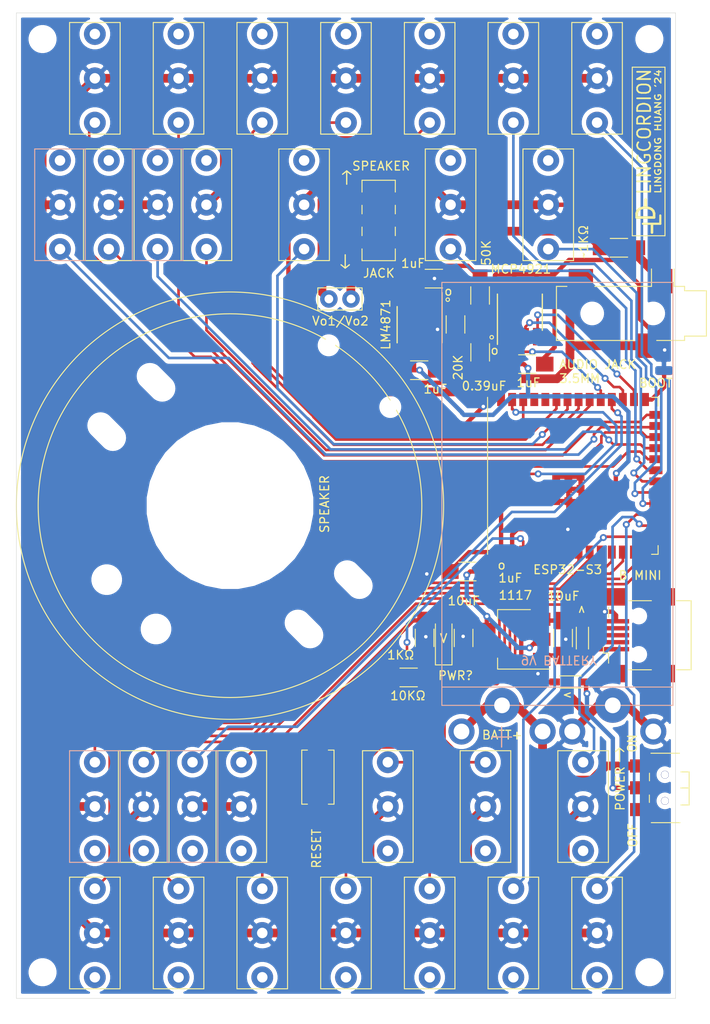
<source format=kicad_pcb>
(kicad_pcb (version 20171130) (host pcbnew "(5.1.12-1-10_14)")
  (layers (0 F.Cu signal) (31 B.Cu signal) (34 B.Paste user hide) (35 F.Paste user hide) (36 B.SilkS user) (37 F.SilkS user) (38 B.Mask user) (39 F.Mask user) (44 Edge.Cuts user))
  (net 0 "")
  (net 1 /Audio_Input)
  (net 2 GND)
  (net 3 "Net-(C2-Pad1)")
  (net 4 /CS_DAC)
  (net 5 /Vo1)
  (net 6 /Vo2)
  (net 7 +3V3)
  (net 8 "Net-(R1-Pad2)")
  (net 9 +5V)
  (net 10 "Net-(C4-Pad1)")
  (net 11 "Net-(C5-Pad1)")
  (net 12 /IO7)
  (net 13 /IO6)
  (net 14 /IO2)
  (net 15 /IO9)
  (net 16 /IO8)
  (net 17 /IO5)
  (net 18 /IO4)
  (net 19 /IO10)
  (net 20 /IO3)
  (net 21 +BATT)
  (net 22 "Net-(D2-Pad2)")
  (net 23 "Net-(D3-Pad1)")
  (net 24 /IO16)
  (net 25 /IO15)
  (net 26 "Net-(J1-Pad1)")
  (net 27 "Net-(J3-Pad6)")
  (net 28 "Net-(J3-Pad2)")
  (net 29 "Net-(J3-Pad3)")
  (net 30 "Net-(J3-Pad4)")
  (net 31 /MOSI)
  (net 32 /SCK)
  (net 33 /MISO)
  (net 34 /IO14)
  (net 35 /IO13)
  (net 36 /IO12)
  (net 37 /IO11)
  (net 38 "Net-(R3-Pad1)")
  (net 39 /IO1)
  (net 40 /IO45)
  (net 41 /IO46)
  (net 42 /IO47)
  (net 43 /IO48)
  (net 44 /IO21)
  (net 45 /IO42)
  (net 46 /IO40)
  (net 47 /IO41)
  (net 48 /RX)
  (net 49 /TX)
  (net 50 /SpVo2)
  (net 51 /SpVo1)
  (net 52 /HdVo2)
  (net 53 /HdVo1)
  (net 54 "Net-(J6-PadS)")
  (net 55 "Net-(SW4-Pad1)")
  (net 56 "Net-(SW5-Pad1)")
  (net 57 "Net-(SW6-Pad1)")
  (net 58 "Net-(SW7-Pad1)")
  (net 59 "Net-(SW8-Pad1)")
  (net 60 "Net-(SW9-Pad1)")
  (net 61 "Net-(SW10-Pad1)")
  (net 62 "Net-(SW11-Pad1)")
  (net 63 "Net-(SW12-Pad1)")
  (net 64 "Net-(SW13-Pad1)")
  (net 65 "Net-(SW14-Pad1)")
  (net 66 "Net-(SW15-Pad1)")
  (net 67 "Net-(SW16-Pad1)")
  (net 68 "Net-(SW17-Pad1)")
  (net 69 "Net-(SW18-Pad1)")
  (net 70 "Net-(SW19-Pad1)")
  (net 71 "Net-(SW20-Pad1)")
  (net 72 "Net-(SW21-Pad1)")
  (net 73 /IO39)
  (net 74 "Net-(SW22-Pad1)")
  (net 75 "Net-(SW23-Pad1)")
  (net 76 /IO18)
  (net 77 /IO17)
  (net 78 "Net-(SW24-Pad1)")
  (net 79 "Net-(SW25-Pad1)")
  (net 80 "Net-(SW26-Pad1)")
  (net 81 "Net-(SW27-Pad1)")
  (net 82 "Net-(SW28-Pad1)")
  (net 83 "Net-(SW29-Pad1)")
  (net 84 "Net-(SW30-Pad1)")
  (net 85 "Net-(SW31-Pad1)")
  (net 86 "Net-(SW2-Pad1)")
  (module New_Library:9V_CONTACT_ON_BRD (layer B.Cu) (at 53.05 -26.1 180)
    (fp_text reference BT1 hide)
    (fp_text value Battery_Cell)
    (pad 2 thru_hole circle (at 11 -3 180) (size 3 3) (drill 1.8) (layers *.Cu *.Mask) (net 21 +BATT))
    (pad 2 thru_hole circle (at 1.7 -3 180) (size 3 3) (drill 1.8) (layers *.Cu *.Mask) (net 21 +BATT))
    (pad 1 thru_hole circle (at -1.7 -3 180) (size 3 3) (drill 1.8) (layers *.Cu *.Mask) (net 2 GND))
    (pad 1 thru_hole circle (at -11 -3 180) (size 3 3) (drill 1.8) (layers *.Cu *.Mask) (net 2 GND))
    (pad 2 thru_hole circle (at 6.35 0 180) (size 4 4) (drill 1.8) (layers *.Cu *.Mask) (net 21 +BATT))
    (pad 1 thru_hole circle (at -6.35 0 180) (size 4 4) (drill 1.8) (layers *.Cu *.Mask) (net 2 GND))
  )
  (module Espressif:ESP32-S3-WROOM-1 (layer F.Cu) (at 54.85 -52.42 90)
    (fp_text reference U2 hide)
    (fp_text value ESP32-S3-WROOM-1)
    (pad 41 smd rect (at -0.1 0.86 270) (size 0.9 0.9) (layers F.Cu F.Paste F.Mask) (net 2 GND))
    (pad 41 smd rect (at -1.5 0.86 270) (size 0.9 0.9) (layers F.Cu F.Paste F.Mask) (net 2 GND))
    (pad 41 smd rect (at -2.9 0.86 270) (size 0.9 0.9) (layers F.Cu F.Paste F.Mask) (net 2 GND))
    (pad 41 smd rect (at -2.9 -0.54 270) (size 0.9 0.9) (layers F.Cu F.Paste F.Mask) (net 2 GND))
    (pad 41 smd rect (at -2.9 -1.94 270) (size 0.9 0.9) (layers F.Cu F.Paste F.Mask) (net 2 GND))
    (pad 41 smd rect (at -1.5 -1.94 270) (size 0.9 0.9) (layers F.Cu F.Paste F.Mask) (net 2 GND))
    (pad 41 smd rect (at -0.1 -1.94 270) (size 0.9 0.9) (layers F.Cu F.Paste F.Mask) (net 2 GND))
    (pad 41 smd rect (at -0.1 -0.54 270) (size 0.9 0.9) (layers F.Cu F.Paste F.Mask) (net 2 GND))
    (pad 26 smd rect (at 6.985 9.5 180) (size 1.5 0.9) (layers F.Cu F.Paste F.Mask) (net 40 /IO45))
    (pad 25 smd rect (at 5.715 9.5 180) (size 1.5 0.9) (layers F.Cu F.Paste F.Mask) (net 43 /IO48))
    (pad 41 smd rect (at -1.5 -0.54 270) (size 0.9 0.9) (layers F.Cu F.Paste F.Mask) (net 2 GND))
    (pad 40 smd rect (at 8.75 -8.26 270) (size 1.5 0.9) (layers F.Cu F.Paste F.Mask) (net 2 GND))
    (pad 39 smd rect (at 8.75 -6.99 270) (size 1.5 0.9) (layers F.Cu F.Paste F.Mask) (net 39 /IO1))
    (pad 38 smd rect (at 8.75 -5.72 270) (size 1.5 0.9) (layers F.Cu F.Paste F.Mask) (net 14 /IO2))
    (pad 37 smd rect (at 8.75 -4.45 270) (size 1.5 0.9) (layers F.Cu F.Paste F.Mask) (net 49 /TX))
    (pad 36 smd rect (at 8.75 -3.18 270) (size 1.5 0.9) (layers F.Cu F.Paste F.Mask) (net 48 /RX))
    (pad 35 smd rect (at 8.75 -1.91 270) (size 1.5 0.9) (layers F.Cu F.Paste F.Mask) (net 45 /IO42))
    (pad 34 smd rect (at 8.75 -0.64 270) (size 1.5 0.9) (layers F.Cu F.Paste F.Mask) (net 47 /IO41))
    (pad 33 smd rect (at 8.75 0.63 270) (size 1.5 0.9) (layers F.Cu F.Paste F.Mask) (net 46 /IO40))
    (pad 32 smd rect (at 8.75 1.9 270) (size 1.5 0.9) (layers F.Cu F.Paste F.Mask) (net 73 /IO39))
    (pad 31 smd rect (at 8.75 3.17 270) (size 1.5 0.9) (layers F.Cu F.Paste F.Mask) (net 4 /CS_DAC))
    (pad 30 smd rect (at 8.75 4.44 270) (size 1.5 0.9) (layers F.Cu F.Paste F.Mask) (net 33 /MISO))
    (pad 29 smd rect (at 8.75 5.71 270) (size 1.5 0.9) (layers F.Cu F.Paste F.Mask) (net 32 /SCK))
    (pad 28 smd rect (at 8.75 6.98 270) (size 1.5 0.9) (layers F.Cu F.Paste F.Mask) (net 31 /MOSI))
    (pad 27 smd rect (at 8.75 8.25 270) (size 1.5 0.9) (layers F.Cu F.Paste F.Mask) (net 26 "Net-(J1-Pad1)"))
    (pad 24 smd rect (at 4.445 9.5 180) (size 1.5 0.9) (layers F.Cu F.Paste F.Mask) (net 42 /IO47))
    (pad 23 smd rect (at 3.175 9.5 180) (size 1.5 0.9) (layers F.Cu F.Paste F.Mask) (net 44 /IO21))
    (pad 22 smd rect (at 1.905 9.5 180) (size 1.5 0.9) (layers F.Cu F.Paste F.Mask) (net 34 /IO14))
    (pad 21 smd rect (at 0.635 9.5 180) (size 1.5 0.9) (layers F.Cu F.Paste F.Mask) (net 35 /IO13))
    (pad 20 smd rect (at -0.635 9.5 180) (size 1.5 0.9) (layers F.Cu F.Paste F.Mask) (net 36 /IO12))
    (pad 19 smd rect (at -1.905 9.5 180) (size 1.5 0.9) (layers F.Cu F.Paste F.Mask) (net 37 /IO11))
    (pad 18 smd rect (at -3.175 9.5 180) (size 1.5 0.9) (layers F.Cu F.Paste F.Mask) (net 19 /IO10))
    (pad 17 smd rect (at -4.445 9.5 180) (size 1.5 0.9) (layers F.Cu F.Paste F.Mask) (net 15 /IO9))
    (pad 16 smd rect (at -5.715 9.5 180) (size 1.5 0.9) (layers F.Cu F.Paste F.Mask) (net 41 /IO46))
    (pad 15 smd rect (at -6.985 9.5 180) (size 1.5 0.9) (layers F.Cu F.Paste F.Mask) (net 20 /IO3))
    (pad 1 smd rect (at -8.75 -8.26 90) (size 1.5 0.9) (layers F.Cu F.Paste F.Mask) (net 2 GND))
    (pad 2 smd rect (at -8.75 -6.99 90) (size 1.5 0.9) (layers F.Cu F.Paste F.Mask) (net 7 +3V3))
    (pad 3 smd rect (at -8.75 -5.72 90) (size 1.5 0.9) (layers F.Cu F.Paste F.Mask) (net 8 "Net-(R1-Pad2)"))
    (pad 4 smd rect (at -8.75 -4.45 90) (size 1.5 0.9) (layers F.Cu F.Paste F.Mask) (net 18 /IO4))
    (pad 5 smd rect (at -8.75 -3.18 90) (size 1.5 0.9) (layers F.Cu F.Paste F.Mask) (net 17 /IO5))
    (pad 6 smd rect (at -8.75 -1.91 90) (size 1.5 0.9) (layers F.Cu F.Paste F.Mask) (net 13 /IO6))
    (pad 7 smd rect (at -8.75 -0.64 90) (size 1.5 0.9) (layers F.Cu F.Paste F.Mask) (net 12 /IO7))
    (pad 8 smd rect (at -8.75 0.63 90) (size 1.5 0.9) (layers F.Cu F.Paste F.Mask) (net 25 /IO15))
    (pad 9 smd rect (at -8.75 1.9 90) (size 1.5 0.9) (layers F.Cu F.Paste F.Mask) (net 24 /IO16))
    (pad 10 smd rect (at -8.75 3.17 90) (size 1.5 0.9) (layers F.Cu F.Paste F.Mask) (net 77 /IO17))
    (pad 11 smd rect (at -8.75 4.44 90) (size 1.5 0.9) (layers F.Cu F.Paste F.Mask) (net 76 /IO18))
    (pad 12 smd rect (at -8.75 5.71 90) (size 1.5 0.9) (layers F.Cu F.Paste F.Mask) (net 16 /IO8))
    (pad 13 smd rect (at -8.75 6.98 90) (size 1.5 0.9) (layers F.Cu F.Paste F.Mask) (net 28 "Net-(J3-Pad2)"))
    (pad 14 smd rect (at -8.75 8.25 90) (size 1.5 0.9) (layers F.Cu F.Paste F.Mask) (net 29 "Net-(J3-Pad3)"))
  )
  (module New_Library:LIMIT_SWITCH_TE_SAJ (layer F.Cu) (at 0 -98 180)
    (fp_text reference SW27 hide)
    (fp_text value SW_SPDT)
    (pad 1 thru_hole circle (at 0 5.08 180) (size 2.5 2.5) (drill 1.2) (layers *.Cu *.Mask) (net 81 "Net-(SW27-Pad1)"))
    (pad 2 thru_hole circle (at 0 -5.08 180) (size 2.5 2.5) (drill 1.2) (layers *.Cu *.Mask) (net 34 /IO14))
    (pad 3 thru_hole circle (at 0 0 180) (size 2.5 2.5) (drill 1.2) (layers *.Cu *.Mask) (net 2 GND))
  )
  (module fab:SOT-223-3_TabPin2 (layer F.Cu) (at 48.1 -33.67 180)
    (fp_text reference U1 hide)
    (fp_text value Regulator_Linear_ZLDO1117-3.3V-1A)
    (pad 2 smd rect (at 3.15 0 180) (size 2 3.8) (layers F.Cu F.Paste F.Mask) (net 7 +3V3))
    (pad 2 smd rect (at -3.15 0 180) (size 2 1.5) (layers F.Cu F.Paste F.Mask) (net 7 +3V3))
    (pad 3 smd rect (at -3.15 2.3 180) (size 2 1.5) (layers F.Cu F.Paste F.Mask) (net 3 "Net-(C2-Pad1)"))
    (pad 1 smd rect (at -3.15 -2.3 180) (size 2 1.5) (layers F.Cu F.Paste F.Mask) (net 2 GND))
  )
  (module New_Library:SPEAKER_MOUNT (layer F.Cu) (at 15.5 -49 135)
    (fp_text reference H1 hide)
    (fp_text value MountingHole)
    (pad "" np_thru_hole circle (at 0 0 135) (size 18.1 18.1) (drill 18.1) (layers *.Cu *.Mask))
    (pad "" np_thru_hole circle (at -5 21 135) (size 1.5 1.5) (drill 1.5) (layers *.Cu *.Mask))
    (pad "" np_thru_hole circle (at 5 21 135) (size 1.5 1.5) (drill 1.5) (layers *.Cu *.Mask))
    (pad "" np_thru_hole oval (at -16 4 135) (size 4 2) (drill oval 4 2) (layers *.Cu *.Mask))
    (pad "" np_thru_hole oval (at -16 -4 135) (size 4 2) (drill oval 4 2) (layers *.Cu *.Mask))
    (pad "" np_thru_hole oval (at 16 -4 135) (size 4 2) (drill oval 4 2) (layers *.Cu *.Mask))
    (pad "" np_thru_hole oval (at 16 4 135) (size 4 2) (drill oval 4 2) (layers *.Cu *.Mask))
    (pad "" np_thru_hole oval (at -4 -16 45) (size 2.5 2.5) (drill oval 2.5) (layers *.Cu *.Mask))
    (pad "" np_thru_hole oval (at 4 -16 45) (size 2.5 2.5) (drill oval 2.5) (layers *.Cu *.Mask))
  )
  (module fab:C_1206 (layer F.Cu) (at 42.72 -41.45 180)
    (fp_text reference C1 hide)
    (fp_text value C)
    (pad 1 smd rect (at -2 0 180) (size 2 1.7) (layers F.Cu F.Paste F.Mask) (net 7 +3V3))
    (pad 2 smd rect (at 2 0 180) (size 2 1.7) (layers F.Cu F.Paste F.Mask) (net 2 GND))
  )
  (module Connector_Audio:Jack_3.5mm_CUI_SJ-3523-SMT_Horizontal (layer F.Cu) (at 61.54 -71.04 270)
    (fp_text reference J6 hide)
    (fp_text value AudioJack2_Ground)
    (pad R smd rect (at 3.7 -1.6 270) (size 2.8 2.2) (layers F.Cu F.Paste F.Mask) (net 52 /HdVo2))
    (pad S smd rect (at -3.7 -3.6 270) (size 2.8 2.2) (layers F.Cu F.Paste F.Mask) (net 54 "Net-(J6-PadS)"))
    (pad T smd rect (at -3.7 5.8 270) (size 2.8 2.8) (layers F.Cu F.Paste F.Mask) (net 52 /HdVo2))
    (pad "" np_thru_hole circle (at 0 -2.5 270) (size 1.7 1.7) (drill 1.7) (layers *.Cu *.Mask))
    (pad "" np_thru_hole circle (at 0 4.5 270) (size 1.7 1.7) (drill 1.7) (layers *.Cu *.Mask))
  )
  (module New_Library:LIMIT_SWITCH_TE_SAJ (layer F.Cu) (at 9.6 -98 180)
    (fp_text reference SW25 hide)
    (fp_text value SW_SPDT)
    (pad 1 thru_hole circle (at 0 5.08 180) (size 2.5 2.5) (drill 1.2) (layers *.Cu *.Mask) (net 79 "Net-(SW25-Pad1)"))
    (pad 2 thru_hole circle (at 0 -5.08 180) (size 2.5 2.5) (drill 1.2) (layers *.Cu *.Mask) (net 40 /IO45))
    (pad 3 thru_hole circle (at 0 0 180) (size 2.5 2.5) (drill 1.2) (layers *.Cu *.Mask) (net 2 GND))
  )
  (module New_Library:LIMIT_SWITCH_TE_SAJ (layer F.Cu) (at 12.799999 -83.5 180)
    (fp_text reference SW24 hide)
    (fp_text value SW_SPDT)
    (pad 1 thru_hole circle (at 0 5.08 180) (size 2.5 2.5) (drill 1.2) (layers *.Cu *.Mask) (net 78 "Net-(SW24-Pad1)"))
    (pad 2 thru_hole circle (at 0 -5.08 180) (size 2.5 2.5) (drill 1.2) (layers *.Cu *.Mask) (net 73 /IO39))
    (pad 3 thru_hole circle (at 0 0 180) (size 2.5 2.5) (drill 1.2) (layers *.Cu *.Mask) (net 2 GND))
  )
  (module New_Library:LIMIT_SWITCH_TE_SAJ (layer F.Cu) (at 1.6 -83.5 180)
    (fp_text reference SW26 hide)
    (fp_text value SW_SPDT)
    (pad 1 thru_hole circle (at 0 5.08 180) (size 2.5 2.5) (drill 1.2) (layers *.Cu *.Mask) (net 80 "Net-(SW26-Pad1)"))
    (pad 2 thru_hole circle (at 0 -5.08 180) (size 2.5 2.5) (drill 1.2) (layers *.Cu *.Mask) (net 42 /IO47))
    (pad 3 thru_hole circle (at 0 0 180) (size 2.5 2.5) (drill 1.2) (layers *.Cu *.Mask) (net 2 GND))
  )
  (module New_Library:LIMIT_SWITCH_TE_SAJ (layer F.Cu) (at 24 -83.5 180)
    (fp_text reference SW22 hide)
    (fp_text value SW_SPDT)
    (pad 1 thru_hole circle (at 0 5.08 180) (size 2.5 2.5) (drill 1.2) (layers *.Cu *.Mask) (net 74 "Net-(SW22-Pad1)"))
    (pad 2 thru_hole circle (at 0 -5.08 180) (size 2.5 2.5) (drill 1.2) (layers *.Cu *.Mask) (net 47 /IO41))
    (pad 3 thru_hole circle (at 0 0 180) (size 2.5 2.5) (drill 1.2) (layers *.Cu *.Mask) (net 2 GND))
  )
  (module New_Library:LIMIT_SWITCH_TE_SAJ (layer F.Cu) (at 48 -98 180)
    (fp_text reference SW18 hide)
    (fp_text value SW_SPDT)
    (pad 1 thru_hole circle (at 0 5.08 180) (size 2.5 2.5) (drill 1.2) (layers *.Cu *.Mask) (net 69 "Net-(SW18-Pad1)"))
    (pad 2 thru_hole circle (at 0 -5.08 180) (size 2.5 2.5) (drill 1.2) (layers *.Cu *.Mask) (net 36 /IO12))
    (pad 3 thru_hole circle (at 0 0 180) (size 2.5 2.5) (drill 1.2) (layers *.Cu *.Mask) (net 2 GND))
  )
  (module New_Library:LIMIT_SWITCH_TE_SAJ (layer F.Cu) (at 52 -83.5 180)
    (fp_text reference SW17 hide)
    (fp_text value SW_SPDT)
    (pad 1 thru_hole circle (at 0 5.08 180) (size 2.5 2.5) (drill 1.2) (layers *.Cu *.Mask) (net 68 "Net-(SW17-Pad1)"))
    (pad 2 thru_hole circle (at 0 -5.08 180) (size 2.5 2.5) (drill 1.2) (layers *.Cu *.Mask) (net 37 /IO11))
    (pad 3 thru_hole circle (at 0 0 180) (size 2.5 2.5) (drill 1.2) (layers *.Cu *.Mask) (net 2 GND))
  )
  (module New_Library:LIMIT_SWITCH_TE_SAJ (layer F.Cu) (at 57.6 -98 180)
    (fp_text reference SW16 hide)
    (fp_text value SW_SPDT)
    (pad 1 thru_hole circle (at 0 5.08 180) (size 2.5 2.5) (drill 1.2) (layers *.Cu *.Mask) (net 67 "Net-(SW16-Pad1)"))
    (pad 2 thru_hole circle (at 0 -5.08 180) (size 2.5 2.5) (drill 1.2) (layers *.Cu *.Mask) (net 19 /IO10))
    (pad 3 thru_hole circle (at 0 0 180) (size 2.5 2.5) (drill 1.2) (layers *.Cu *.Mask) (net 2 GND))
  )
  (module New_Library:LIMIT_SWITCH_TE_SAJ (layer F.Cu) (at 19.199999 -98 180)
    (fp_text reference SW23 hide)
    (fp_text value SW_SPDT)
    (pad 1 thru_hole circle (at 0 5.08 180) (size 2.5 2.5) (drill 1.2) (layers *.Cu *.Mask) (net 75 "Net-(SW23-Pad1)"))
    (pad 2 thru_hole circle (at 0 -5.08 180) (size 2.5 2.5) (drill 1.2) (layers *.Cu *.Mask) (net 46 /IO40))
    (pad 3 thru_hole circle (at 0 0 180) (size 2.5 2.5) (drill 1.2) (layers *.Cu *.Mask) (net 2 GND))
  )
  (module New_Library:LIMIT_SWITCH_TE_SAJ (layer F.Cu) (at 38.4 -98 180)
    (fp_text reference SW20 hide)
    (fp_text value SW_SPDT)
    (pad 1 thru_hole circle (at 0 5.08 180) (size 2.5 2.5) (drill 1.2) (layers *.Cu *.Mask) (net 71 "Net-(SW20-Pad1)"))
    (pad 2 thru_hole circle (at 0 -5.08 180) (size 2.5 2.5) (drill 1.2) (layers *.Cu *.Mask) (net 14 /IO2))
    (pad 3 thru_hole circle (at 0 0 180) (size 2.5 2.5) (drill 1.2) (layers *.Cu *.Mask) (net 2 GND))
  )
  (module New_Library:LIMIT_SWITCH_TE_SAJ (layer F.Cu) (at 28.8 -98 180)
    (fp_text reference SW21 hide)
    (fp_text value SW_SPDT)
    (pad 1 thru_hole circle (at 0 5.08 180) (size 2.5 2.5) (drill 1.2) (layers *.Cu *.Mask) (net 72 "Net-(SW21-Pad1)"))
    (pad 2 thru_hole circle (at 0 -5.08 180) (size 2.5 2.5) (drill 1.2) (layers *.Cu *.Mask) (net 45 /IO42))
    (pad 3 thru_hole circle (at 0 0 180) (size 2.5 2.5) (drill 1.2) (layers *.Cu *.Mask) (net 2 GND))
  )
  (module fab:Button_C&K_PTS636_6x3.5mm (layer F.Cu) (at 25.58 -17.87 90)
    (fp_text reference SW1 hide)
    (fp_text value BUTTON_PTS636)
    (pad 2 smd rect (at 4 0 90) (size 2.5 1.5) (layers F.Cu F.Paste F.Mask) (net 8 "Net-(R1-Pad2)"))
    (pad 1 smd rect (at -4 0 90) (size 2.5 1.5) (layers F.Cu F.Paste F.Mask) (net 2 GND))
  )
  (module Button_Switch_SMD:SW_DPDT_CK_JS202011JCQN (layer F.Cu) (at 32.55 -81.7 270)
    (fp_text reference SW3 hide)
    (fp_text value SW_Push_DPDT)
    (pad 3 smd rect (at 2.5 -1.2 270) (size 1.4 3) (drill (offset 0 -1.5)) (layers F.Cu F.Paste F.Mask) (net 53 /HdVo1))
    (pad 2 smd rect (at 0 -1.2 270) (size 1.4 3) (drill (offset 0 -1.5)) (layers F.Cu F.Paste F.Mask) (net 5 /Vo1))
    (pad 1 smd rect (at -2.5 -1.2 270) (size 1.4 3) (drill (offset 0 -1.5)) (layers F.Cu F.Paste F.Mask) (net 51 /SpVo1))
    (pad 6 smd rect (at 2.5 1.2 270) (size 1.4 3) (drill (offset 0 1.5)) (layers F.Cu F.Paste F.Mask) (net 52 /HdVo2))
    (pad 5 smd rect (at 0 1.2 270) (size 1.4 3) (drill (offset 0 1.5)) (layers F.Cu F.Paste F.Mask) (net 6 /Vo2))
    (pad 4 smd rect (at -2.5 1.2 270) (size 1.4 3) (drill (offset 0 1.5)) (layers F.Cu F.Paste F.Mask) (net 50 /SpVo2))
  )
  (module fab:C_1206 (layer F.Cu) (at 53.7 -33.820001 270)
    (fp_text reference C2 hide)
    (fp_text value C)
    (pad 1 smd rect (at -2 0 270) (size 2 1.7) (layers F.Cu F.Paste F.Mask) (net 3 "Net-(C2-Pad1)"))
    (pad 2 smd rect (at 2 0 270) (size 2 1.7) (layers F.Cu F.Paste F.Mask) (net 2 GND))
  )
  (module fab:C_1206 (layer F.Cu) (at 42.29 -33.83 90)
    (fp_text reference C3 hide)
    (fp_text value C)
    (pad 1 smd rect (at -2 0 90) (size 2 1.7) (layers F.Cu F.Paste F.Mask) (net 7 +3V3))
    (pad 2 smd rect (at 2 0 90) (size 2 1.7) (layers F.Cu F.Paste F.Mask) (net 2 GND))
  )
  (module fab:C_1206 (layer F.Cu) (at 44.194 -66.578 270)
    (fp_text reference C4 hide)
    (fp_text value C0.39uF)
    (pad 1 smd rect (at -2 0 270) (size 2 1.7) (layers F.Cu F.Paste F.Mask) (net 10 "Net-(C4-Pad1)"))
    (pad 2 smd rect (at 2 0 270) (size 2 1.7) (layers F.Cu F.Paste F.Mask) (net 1 /Audio_Input))
  )
  (module fab:C_1206 (layer F.Cu) (at 38.88 -75.03)
    (fp_text reference C5 hide)
    (fp_text value C1uF)
    (pad 1 smd rect (at -2 0) (size 2 1.7) (layers F.Cu F.Paste F.Mask) (net 11 "Net-(C5-Pad1)"))
    (pad 2 smd rect (at 2 0) (size 2 1.7) (layers F.Cu F.Paste F.Mask) (net 2 GND))
  )
  (module fab:C_1206 (layer F.Cu) (at 37.2 -64.53)
    (fp_text reference C6 hide)
    (fp_text value C1uF)
    (pad 1 smd rect (at -2 0) (size 2 1.7) (layers F.Cu F.Paste F.Mask) (net 7 +3V3))
    (pad 2 smd rect (at 2 0) (size 2 1.7) (layers F.Cu F.Paste F.Mask) (net 2 GND))
  )
  (module fab:C_1206 (layer F.Cu) (at 49.6 -65.23)
    (fp_text reference C7 hide)
    (fp_text value C)
    (pad 1 smd rect (at -2 0) (size 2 1.7) (layers F.Cu F.Paste F.Mask) (net 7 +3V3))
    (pad 2 smd rect (at 2 0) (size 2 1.7) (layers F.Cu F.Paste F.Mask) (net 2 GND))
  )
  (module fab:SOD-123 (layer F.Cu) (at 55.92 -33.81 270)
    (fp_text reference D1 hide)
    (fp_text value D_Schottky)
    (pad 2 smd rect (at 1.8 0 270) (size 1.2 0.8) (layers F.Cu F.Paste F.Mask) (net 9 +5V))
    (pad 1 smd rect (at -1.8 0 270) (size 1.2 0.8) (layers F.Cu F.Paste F.Mask) (net 3 "Net-(C2-Pad1)"))
  )
  (module fab:SOD-123 (layer F.Cu) (at 54.54 -28.78)
    (fp_text reference D2 hide)
    (fp_text value D_Schottky)
    (pad 2 smd rect (at 1.8 0) (size 1.2 0.8) (layers F.Cu F.Paste F.Mask) (net 22 "Net-(D2-Pad2)"))
    (pad 1 smd rect (at -1.8 0) (size 1.2 0.8) (layers F.Cu F.Paste F.Mask) (net 3 "Net-(C2-Pad1)"))
  )
  (module fab:LED_1206 (layer F.Cu) (at 40.01 -33.84 90)
    (fp_text reference D3 hide)
    (fp_text value LED)
    (pad 1 smd rect (at -2 0 90) (size 2 1.7) (layers F.Cu F.Paste F.Mask) (net 23 "Net-(D3-Pad1)"))
    (pad 2 smd rect (at 2 0 90) (size 2 1.7) (layers F.Cu F.Paste F.Mask) (net 7 +3V3))
  )
  (module Connector_Wire:SolderWirePad_1x01_SMD_1x2mm (layer F.Cu) (at 65.29 -64.48 90)
    (fp_text reference J1 hide)
    (fp_text value Conn_01x01)
    (pad 1 smd roundrect (at 0 0 90) (size 1 2) (layers F.Cu F.Paste F.Mask) (net 26 "Net-(J1-Pad1)"))
  )
  (module fab:PinHeader_1x02_P2.54mm_Vertical_THT_D1mm (layer F.Cu) (at 26.84 -72.7 90)
    (fp_text reference J2 hide)
    (fp_text value Conn_PinHeader_1x02_P2.54mm_Vertical_THT_D1mm)
    (pad 1 thru_hole oval (at 0 0 90) (size 2 2) (drill 1) (layers *.Cu *.Mask) (net 51 /SpVo1))
    (pad 2 thru_hole oval (at 0 2.54 90) (size 2 2) (drill 1) (layers *.Cu *.Mask) (net 50 /SpVo2))
  )
  (module Connector_USB:USB_Mini-B_Wuerth_65100516121_Horizontal (layer F.Cu) (at 62.38 -34.14 90)
    (fp_text reference J3 hide)
    (fp_text value USB_B_Mini)
    (pad "" np_thru_hole circle (at 2.2 0 90) (size 0.9 0.9) (drill 0.9) (layers *.Cu *.Mask))
    (pad "" np_thru_hole circle (at -2.2 0 90) (size 0.9 0.9) (drill 0.9) (layers *.Cu *.Mask))
    (pad 5 smd rect (at 1.6 -2.6 90) (size 0.5 3) (layers F.Cu F.Paste F.Mask) (net 2 GND))
    (pad 4 smd rect (at 0.8 -2.6 90) (size 0.5 3) (layers F.Cu F.Paste F.Mask) (net 30 "Net-(J3-Pad4)"))
    (pad 3 smd rect (at 0 -2.6 90) (size 0.5 3) (layers F.Cu F.Paste F.Mask) (net 29 "Net-(J3-Pad3)"))
    (pad 2 smd rect (at -0.8 -2.6 90) (size 0.5 3) (layers F.Cu F.Paste F.Mask) (net 28 "Net-(J3-Pad2)"))
    (pad 1 smd rect (at -1.6 -2.6 90) (size 0.5 3) (layers F.Cu F.Paste F.Mask) (net 9 +5V))
    (pad 6 smd rect (at 4.4 -2.6 90) (size 2 2.5) (layers F.Cu F.Paste F.Mask) (net 27 "Net-(J3-Pad6)"))
    (pad 6 smd rect (at -4.4 -2.6 90) (size 2 2.5) (layers F.Cu F.Paste F.Mask) (net 27 "Net-(J3-Pad6)"))
    (pad 6 smd rect (at 4.4 2.9 90) (size 2 2.5) (layers F.Cu F.Paste F.Mask) (net 27 "Net-(J3-Pad6)"))
    (pad 6 smd rect (at -4.4 2.9 90) (size 2 2.5) (layers F.Cu F.Paste F.Mask) (net 27 "Net-(J3-Pad6)"))
  )
  (module fab:R_1206 (layer F.Cu) (at 35.989999 -29.3 180)
    (fp_text reference R1 hide)
    (fp_text value R)
    (pad 1 smd rect (at -2 0 180) (size 2 1.7) (layers F.Cu F.Paste F.Mask) (net 7 +3V3))
    (pad 2 smd rect (at 2 0 180) (size 2 1.7) (layers F.Cu F.Paste F.Mask) (net 8 "Net-(R1-Pad2)"))
  )
  (module fab:R_1206 (layer F.Cu) (at 37.82 -33.84 270)
    (fp_text reference R2 hide)
    (fp_text value R)
    (pad 1 smd rect (at -2 0 270) (size 2 1.7) (layers F.Cu F.Paste F.Mask) (net 2 GND))
    (pad 2 smd rect (at 2 0 270) (size 2 1.7) (layers F.Cu F.Paste F.Mask) (net 23 "Net-(D3-Pad1)"))
  )
  (module fab:R_1206 (layer F.Cu) (at 41.364 -69.778 270)
    (fp_text reference R3 hide)
    (fp_text value R20K)
    (pad 1 smd rect (at -2 0 270) (size 2 1.7) (layers F.Cu F.Paste F.Mask) (net 38 "Net-(R3-Pad1)"))
    (pad 2 smd rect (at 2 0 270) (size 2 1.7) (layers F.Cu F.Paste F.Mask) (net 10 "Net-(C4-Pad1)"))
  )
  (module fab:R_1206 (layer F.Cu) (at 44.184 -73.097999 90)
    (fp_text reference R4 hide)
    (fp_text value R20K)
    (pad 1 smd rect (at -2 0 90) (size 2 1.7) (layers F.Cu F.Paste F.Mask) (net 38 "Net-(R3-Pad1)"))
    (pad 2 smd rect (at 2 0 90) (size 2 1.7) (layers F.Cu F.Paste F.Mask) (net 5 /Vo1))
  )
  (module fab:Switch_SPDT_C&K_AYZ0102AGRLC_7.2x3mm_P2.5mm (layer F.Cu) (at 65.38 -16.65 90)
    (fp_text reference SW2 hide)
    (fp_text value SWITCH_AYZ0102AGRLC)
    (pad 1 smd rect (at -2.5 -2.75 90) (size 1.5 2.5) (layers F.Cu F.Paste F.Mask) (net 86 "Net-(SW2-Pad1)"))
    (pad 2 smd rect (at 0 -2.75 90) (size 1.5 2.5) (layers F.Cu F.Paste F.Mask) (net 22 "Net-(D2-Pad2)"))
    (pad 3 smd rect (at 2.5 -2.75 90) (size 1.5 2.5) (layers F.Cu F.Paste F.Mask) (net 21 +BATT))
    (pad "" np_thru_hole circle (at -1.5 0 90) (size 0.9 0.9) (drill 0.85) (layers *.Cu *.Mask))
    (pad "" np_thru_hole circle (at 1.5 0 90) (size 0.9 0.9) (drill 0.85) (layers *.Cu *.Mask))
  )
  (module fab:SOIC-8_3.9x4.9mm_P1.27mm (layer F.Cu) (at 37.244 -69.748 270)
    (fp_text reference U3 hide)
    (fp_text value AMP_MONO_LM4871M)
    (pad 1 smd rect (at -2.8 -1.905 270) (size 2 0.8) (layers F.Cu F.Paste F.Mask) (net 2 GND))
    (pad 2 smd rect (at -2.8 -0.635 270) (size 2 0.8) (layers F.Cu F.Paste F.Mask) (net 11 "Net-(C5-Pad1)"))
    (pad 3 smd rect (at -2.8 0.635 270) (size 2 0.8) (layers F.Cu F.Paste F.Mask) (net 11 "Net-(C5-Pad1)"))
    (pad 4 smd rect (at -2.8 1.905 270) (size 2 0.8) (layers F.Cu F.Paste F.Mask) (net 38 "Net-(R3-Pad1)"))
    (pad 5 smd rect (at 2.8 1.905 270) (size 2 0.8) (layers F.Cu F.Paste F.Mask) (net 5 /Vo1))
    (pad 6 smd rect (at 2.8 0.635 270) (size 2 0.8) (layers F.Cu F.Paste F.Mask) (net 7 +3V3))
    (pad 7 smd rect (at 2.8 -0.635 270) (size 2 0.8) (layers F.Cu F.Paste F.Mask) (net 2 GND))
    (pad 8 smd rect (at 2.8 -1.905 270) (size 2 0.8) (layers F.Cu F.Paste F.Mask) (net 6 /Vo2))
  )
  (module fab:SOIC-8_3.9x4.9mm_P1.27mm (layer F.Cu) (at 48.745 -71.18 90)
    (fp_text reference U4 hide)
    (fp_text value MCP4901)
    (pad 1 smd rect (at -2.8 -1.905 90) (size 2 0.8) (layers F.Cu F.Paste F.Mask) (net 7 +3V3))
    (pad 2 smd rect (at -2.8 -0.635 90) (size 2 0.8) (layers F.Cu F.Paste F.Mask) (net 4 /CS_DAC))
    (pad 3 smd rect (at -2.8 0.635 90) (size 2 0.8) (layers F.Cu F.Paste F.Mask) (net 32 /SCK))
    (pad 4 smd rect (at -2.8 1.905 90) (size 2 0.8) (layers F.Cu F.Paste F.Mask) (net 31 /MOSI))
    (pad 5 smd rect (at 2.8 1.905 90) (size 2 0.8) (layers F.Cu F.Paste F.Mask) (net 2 GND))
    (pad 6 smd rect (at 2.8 0.635 90) (size 2 0.8) (layers F.Cu F.Paste F.Mask) (net 7 +3V3))
    (pad 7 smd rect (at 2.8 -0.635 90) (size 2 0.8) (layers F.Cu F.Paste F.Mask) (net 2 GND))
    (pad 8 smd rect (at 2.8 -1.905 90) (size 2 0.8) (layers F.Cu F.Paste F.Mask) (net 1 /Audio_Input))
  )
  (module MountingHole:MountingHole_2.2mm_M2 (layer F.Cu) (at 63.6 -102.5)
    (fp_text reference H2 hide)
    (fp_text value MountingHole)
    (pad 1 np_thru_hole circle (at 0 0) (size 2.2 2.2) (drill 2.2) (layers *.Cu *.Mask))
  )
  (module MountingHole:MountingHole_2.2mm_M2 (layer F.Cu) (at -6 4.5)
    (fp_text reference H3 hide)
    (fp_text value MountingHole)
    (pad 1 np_thru_hole circle (at 0 0) (size 2.2 2.2) (drill 2.2) (layers *.Cu *.Mask))
  )
  (module MountingHole:MountingHole_2.2mm_M2 (layer F.Cu) (at -6 -102.5)
    (fp_text reference H4 hide)
    (fp_text value MountingHole)
    (pad 1 np_thru_hole circle (at 0 0) (size 2.2 2.2) (drill 2.2) (layers *.Cu *.Mask))
  )
  (module MountingHole:MountingHole_2.2mm_M2 (layer F.Cu) (at 63.6 4.5)
    (fp_text reference H5 hide)
    (fp_text value MountingHole)
    (pad 1 np_thru_hole circle (at 0 0) (size 2.2 2.2) (drill 2.2) (layers *.Cu *.Mask))
  )
  (module fab:R_1206 (layer F.Cu) (at 60.11 -78.57)
    (fp_text reference R10 hide)
    (fp_text value R)
    (pad 1 smd rect (at -2 0) (size 2 1.7) (layers F.Cu F.Paste F.Mask) (net 53 /HdVo1))
    (pad 2 smd rect (at 2 0) (size 2 1.7) (layers F.Cu F.Paste F.Mask) (net 54 "Net-(J6-PadS)"))
  )
  (module New_Library:LIMIT_SWITCH_TE_SAJ (layer F.Cu) (at 0 0)
    (fp_text reference SW4 hide)
    (fp_text value SW_SPDT)
    (pad 1 thru_hole circle (at 0 5.08) (size 2.5 2.5) (drill 1.2) (layers *.Cu *.Mask) (net 55 "Net-(SW4-Pad1)"))
    (pad 2 thru_hole circle (at 0 -5.08) (size 2.5 2.5) (drill 1.2) (layers *.Cu *.Mask) (net 18 /IO4))
    (pad 3 thru_hole circle (at 0 0) (size 2.5 2.5) (drill 1.2) (layers *.Cu *.Mask) (net 2 GND))
  )
  (module New_Library:LIMIT_SWITCH_TE_SAJ (layer F.Cu) (at 5.6 -14.5)
    (fp_text reference SW5 hide)
    (fp_text value SW_SPDT)
    (pad 1 thru_hole circle (at 0 5.08) (size 2.5 2.5) (drill 1.2) (layers *.Cu *.Mask) (net 56 "Net-(SW5-Pad1)"))
    (pad 2 thru_hole circle (at 0 -5.08) (size 2.5 2.5) (drill 1.2) (layers *.Cu *.Mask) (net 17 /IO5))
    (pad 3 thru_hole circle (at 0 0) (size 2.5 2.5) (drill 1.2) (layers *.Cu *.Mask) (net 2 GND))
  )
  (module New_Library:LIMIT_SWITCH_TE_SAJ (layer F.Cu) (at 9.6 0)
    (fp_text reference SW6 hide)
    (fp_text value SW_SPDT)
    (pad 1 thru_hole circle (at 0 5.08) (size 2.5 2.5) (drill 1.2) (layers *.Cu *.Mask) (net 57 "Net-(SW6-Pad1)"))
    (pad 2 thru_hole circle (at 0 -5.08) (size 2.5 2.5) (drill 1.2) (layers *.Cu *.Mask) (net 13 /IO6))
    (pad 3 thru_hole circle (at 0 0) (size 2.5 2.5) (drill 1.2) (layers *.Cu *.Mask) (net 2 GND))
  )
  (module New_Library:LIMIT_SWITCH_TE_SAJ (layer F.Cu) (at 16.8 -14.5)
    (fp_text reference SW7 hide)
    (fp_text value SW_SPDT)
    (pad 1 thru_hole circle (at 0 5.08) (size 2.5 2.5) (drill 1.2) (layers *.Cu *.Mask) (net 58 "Net-(SW7-Pad1)"))
    (pad 2 thru_hole circle (at 0 -5.08) (size 2.5 2.5) (drill 1.2) (layers *.Cu *.Mask) (net 12 /IO7))
    (pad 3 thru_hole circle (at 0 0) (size 2.5 2.5) (drill 1.2) (layers *.Cu *.Mask) (net 2 GND))
  )
  (module New_Library:LIMIT_SWITCH_TE_SAJ (layer F.Cu) (at 19.2 0)
    (fp_text reference SW8 hide)
    (fp_text value SW_SPDT)
    (pad 1 thru_hole circle (at 0 5.08) (size 2.5 2.5) (drill 1.2) (layers *.Cu *.Mask) (net 59 "Net-(SW8-Pad1)"))
    (pad 2 thru_hole circle (at 0 -5.08) (size 2.5 2.5) (drill 1.2) (layers *.Cu *.Mask) (net 25 /IO15))
    (pad 3 thru_hole circle (at 0 0) (size 2.5 2.5) (drill 1.2) (layers *.Cu *.Mask) (net 2 GND))
  )
  (module New_Library:LIMIT_SWITCH_TE_SAJ (layer F.Cu) (at 28.8 0)
    (fp_text reference SW9 hide)
    (fp_text value SW_SPDT)
    (pad 1 thru_hole circle (at 0 5.08) (size 2.5 2.5) (drill 1.2) (layers *.Cu *.Mask) (net 60 "Net-(SW9-Pad1)"))
    (pad 2 thru_hole circle (at 0 -5.08) (size 2.5 2.5) (drill 1.2) (layers *.Cu *.Mask) (net 24 /IO16))
    (pad 3 thru_hole circle (at 0 0) (size 2.5 2.5) (drill 1.2) (layers *.Cu *.Mask) (net 2 GND))
  )
  (module New_Library:LIMIT_SWITCH_TE_SAJ (layer F.Cu) (at 33.6 -14.5)
    (fp_text reference SW10 hide)
    (fp_text value SW_SPDT)
    (pad 1 thru_hole circle (at 0 5.08) (size 2.5 2.5) (drill 1.2) (layers *.Cu *.Mask) (net 61 "Net-(SW10-Pad1)"))
    (pad 2 thru_hole circle (at 0 -5.08) (size 2.5 2.5) (drill 1.2) (layers *.Cu *.Mask) (net 77 /IO17))
    (pad 3 thru_hole circle (at 0 0) (size 2.5 2.5) (drill 1.2) (layers *.Cu *.Mask) (net 2 GND))
  )
  (module New_Library:LIMIT_SWITCH_TE_SAJ (layer F.Cu) (at 38.4 0)
    (fp_text reference SW11 hide)
    (fp_text value SW_SPDT)
    (pad 1 thru_hole circle (at 0 5.08) (size 2.5 2.5) (drill 1.2) (layers *.Cu *.Mask) (net 62 "Net-(SW11-Pad1)"))
    (pad 2 thru_hole circle (at 0 -5.08) (size 2.5 2.5) (drill 1.2) (layers *.Cu *.Mask) (net 76 /IO18))
    (pad 3 thru_hole circle (at 0 0) (size 2.5 2.5) (drill 1.2) (layers *.Cu *.Mask) (net 2 GND))
  )
  (module New_Library:LIMIT_SWITCH_TE_SAJ (layer F.Cu) (at 44.8 -14.5)
    (fp_text reference SW12 hide)
    (fp_text value SW_SPDT)
    (pad 1 thru_hole circle (at 0 5.08) (size 2.5 2.5) (drill 1.2) (layers *.Cu *.Mask) (net 63 "Net-(SW12-Pad1)"))
    (pad 2 thru_hole circle (at 0 -5.08) (size 2.5 2.5) (drill 1.2) (layers *.Cu *.Mask) (net 16 /IO8))
    (pad 3 thru_hole circle (at 0 0) (size 2.5 2.5) (drill 1.2) (layers *.Cu *.Mask) (net 2 GND))
  )
  (module New_Library:LIMIT_SWITCH_TE_SAJ (layer F.Cu) (at 48 0)
    (fp_text reference SW13 hide)
    (fp_text value SW_SPDT)
    (pad 1 thru_hole circle (at 0 5.08) (size 2.5 2.5) (drill 1.2) (layers *.Cu *.Mask) (net 64 "Net-(SW13-Pad1)"))
    (pad 2 thru_hole circle (at 0 -5.08) (size 2.5 2.5) (drill 1.2) (layers *.Cu *.Mask) (net 20 /IO3))
    (pad 3 thru_hole circle (at 0 0) (size 2.5 2.5) (drill 1.2) (layers *.Cu *.Mask) (net 2 GND))
  )
  (module New_Library:LIMIT_SWITCH_TE_SAJ (layer F.Cu) (at 56 -14.5)
    (fp_text reference SW14 hide)
    (fp_text value SW_SPDT)
    (pad 1 thru_hole circle (at 0 5.08) (size 2.5 2.5) (drill 1.2) (layers *.Cu *.Mask) (net 65 "Net-(SW14-Pad1)"))
    (pad 2 thru_hole circle (at 0 -5.08) (size 2.5 2.5) (drill 1.2) (layers *.Cu *.Mask) (net 41 /IO46))
    (pad 3 thru_hole circle (at 0 0) (size 2.5 2.5) (drill 1.2) (layers *.Cu *.Mask) (net 2 GND))
  )
  (module New_Library:LIMIT_SWITCH_TE_SAJ (layer F.Cu) (at 57.6 0)
    (fp_text reference SW15 hide)
    (fp_text value SW_SPDT)
    (pad 1 thru_hole circle (at 0 5.08) (size 2.5 2.5) (drill 1.2) (layers *.Cu *.Mask) (net 66 "Net-(SW15-Pad1)"))
    (pad 2 thru_hole circle (at 0 -5.08) (size 2.5 2.5) (drill 1.2) (layers *.Cu *.Mask) (net 15 /IO9))
    (pad 3 thru_hole circle (at 0 0) (size 2.5 2.5) (drill 1.2) (layers *.Cu *.Mask) (net 2 GND))
  )
  (module Connector_Wire:SolderWirePad_1x01_SMD_1x2mm (layer B.Cu) (at 65.27 -64.5 90)
    (fp_text reference J7 hide)
    (fp_text value Conn_01x01)
    (pad 1 smd roundrect (at 0 0 90) (size 1 2) (layers B.Cu B.Paste B.Mask) (net 2 GND))
  )
  (module New_Library:LIMIT_SWITCH_TE_SAJ (layer F.Cu) (at 40.8 -83.5 180)
    (fp_text reference SW19 hide)
    (fp_text value SW_SPDT)
    (pad 1 thru_hole circle (at 0 5.08 180) (size 2.5 2.5) (drill 1.2) (layers *.Cu *.Mask) (net 70 "Net-(SW19-Pad1)"))
    (pad 2 thru_hole circle (at 0 -5.08 180) (size 2.5 2.5) (drill 1.2) (layers *.Cu *.Mask) (net 35 /IO13))
    (pad 3 thru_hole circle (at 0 0 180) (size 2.5 2.5) (drill 1.2) (layers *.Cu *.Mask) (net 2 GND))
  )
  (module New_Library:LIMIT_SWITCH_TE_SAJ (layer B.Cu) (at 0 -14.5 180)
    (fp_text reference SW28 hide)
    (fp_text value SW_SPDT)
    (pad 3 thru_hole circle (at 0 0 180) (size 2.5 2.5) (drill 1.2) (layers *.Cu *.Mask) (net 2 GND))
    (pad 2 thru_hole circle (at 0 5.08 180) (size 2.5 2.5) (drill 1.2) (layers *.Cu *.Mask) (net 39 /IO1))
    (pad 1 thru_hole circle (at 0 -5.08 180) (size 2.5 2.5) (drill 1.2) (layers *.Cu *.Mask) (net 82 "Net-(SW28-Pad1)"))
  )
  (module New_Library:LIMIT_SWITCH_TE_SAJ (layer B.Cu) (at 11.2 -14.5 180)
    (fp_text reference SW29 hide)
    (fp_text value SW_SPDT)
    (pad 1 thru_hole circle (at 0 -5.08 180) (size 2.5 2.5) (drill 1.2) (layers *.Cu *.Mask) (net 83 "Net-(SW29-Pad1)"))
    (pad 2 thru_hole circle (at 0 5.08 180) (size 2.5 2.5) (drill 1.2) (layers *.Cu *.Mask) (net 33 /MISO))
    (pad 3 thru_hole circle (at 0 0 180) (size 2.5 2.5) (drill 1.2) (layers *.Cu *.Mask) (net 2 GND))
  )
  (module New_Library:LIMIT_SWITCH_TE_SAJ (layer B.Cu) (at 7.2 -83.5)
    (fp_text reference SW30 hide)
    (fp_text value SW_SPDT)
    (pad 1 thru_hole circle (at 0 -5.08) (size 2.5 2.5) (drill 1.2) (layers *.Cu *.Mask) (net 84 "Net-(SW30-Pad1)"))
    (pad 2 thru_hole circle (at 0 5.08) (size 2.5 2.5) (drill 1.2) (layers *.Cu *.Mask) (net 44 /IO21))
    (pad 3 thru_hole circle (at 0 0) (size 2.5 2.5) (drill 1.2) (layers *.Cu *.Mask) (net 2 GND))
  )
  (module New_Library:LIMIT_SWITCH_TE_SAJ (layer B.Cu) (at -4 -83.5)
    (fp_text reference SW31 hide)
    (fp_text value SW_SPDT)
    (pad 3 thru_hole circle (at 0 0) (size 2.5 2.5) (drill 1.2) (layers *.Cu *.Mask) (net 2 GND))
    (pad 2 thru_hole circle (at 0 5.08) (size 2.5 2.5) (drill 1.2) (layers *.Cu *.Mask) (net 43 /IO48))
    (pad 1 thru_hole circle (at 0 -5.08) (size 2.5 2.5) (drill 1.2) (layers *.Cu *.Mask) (net 85 "Net-(SW31-Pad1)"))
  )
  (gr_text "9V BATTERY\n" (at 53.21 -31.29 180) (layer B.SilkS) (effects (font (size 1 1)) (justify mirror)))
  (gr_text + (at 46.65 -22.23 180) (layer B.SilkS) (effects (font (size 3 3)) (justify mirror)))
  (gr_line (start 61.64 -79.945) (end 61.64 -99.275) (layer F.SilkS) (width 0.12))
  (gr_line (start 61.64 -99.275) (end 65.39 -99.275) (layer F.SilkS) (width 0.12))
  (gr_line (start 65.39 -99.275) (end 65.39 -79.945) (layer F.SilkS) (width 0.12))
  (gr_line (start 65.39 -79.945) (end 61.64 -79.945) (layer F.SilkS) (width 0.12))
  (gr_text LINGCORDION (at 63.01 -91.875 90) (layer F.SilkS) (effects (font (size 1.5 1.45) (thickness 0.2))))
  (gr_text "LINGDONG HUANG '24" (at 64.59 -91.895 90) (layer F.SilkS) (effects (font (size 0.7 0.87))))
  (gr_text D (at 63.23 -82.565 90) (layer F.SilkS) (effects (font (size 2 2) (thickness 0.3))))
  (gr_text L (at 63.94 -81.655 90) (layer F.SilkS) (effects (font (size 2 2) (thickness 0.25))))
  (gr_text - (at 63.75 -80.775 90) (layer F.SilkS) (effects (font (size 2 1.2) (thickness 0.3))))
  (gr_text - (at 63.02 -83.655 90) (layer F.SilkS) (effects (font (size 2 1.2) (thickness 0.3))))
  (gr_text ESP32-S3 (at 54.23 -41.66) (layer F.SilkS) (effects (font (size 1 1))))
  (gr_text o (at 46.65 -42.19) (layer F.SilkS) (effects (font (size 1 1))))
  (gr_text 1uF (at 49.73 -63.1) (layer F.SilkS) (effects (font (size 1 1))))
  (gr_text 1uF (at 39.06 -62.37) (layer F.SilkS) (effects (font (size 1 1))))
  (gr_text 1uF (at 36.49 -76.78) (layer F.SilkS) (effects (font (size 1 1))))
  (gr_text 50K (at 44.89 -77.98 90) (layer F.SilkS) (effects (font (size 1 1))))
  (gr_text 20K (at 41.66 -64.84 90) (layer F.SilkS) (effects (font (size 1 1))))
  (gr_text 0.39uF (at 44.63 -62.72) (layer F.SilkS) (effects (font (size 1 1))))
  (gr_text ~~1KΩ (at 56.05 -79.26 90) (layer F.SilkS) (effects (font (size 1 1))))
  (gr_text RESET (at 25.42 -9.67 90) (layer F.SilkS) (effects (font (size 1 1))))
  (gr_text BOOT (at 64.32 -63.06) (layer F.SilkS) (effects (font (size 1 1))))
  (gr_text "AUDIO JACK\n3.5MM" (at 53.17 -64.38) (layer F.SilkS) (effects (font (size 1 1)) (justify left)))
  (gr_text 1uF (at 47.65 -40.7) (layer F.SilkS) (effects (font (size 1 1))))
  (gr_text "B MINI" (at 62.54 -41) (layer F.SilkS) (effects (font (size 1 1))))
  (gr_text → (at 59.99 -20.43 90) (layer F.SilkS) (effects (font (size 2.5 2))))
  (gr_text POWER (at 60.25 -16.56 90) (layer F.SilkS) (effects (font (size 1 1))))
  (gr_text OFF (at 61.69 -11.21 90) (layer F.SilkS) (effects (font (size 1 1))))
  (gr_text ON (at 61.64 -21.74 90) (layer F.SilkS) (effects (font (size 1 1))))
  (gr_text BATT+ (at 46.72 -22.7) (layer F.SilkS) (effects (font (size 1 1))))
  (gr_text PWR? (at 41.37 -29.51) (layer F.SilkS) (effects (font (size 1 1))))
  (gr_text 1KΩ (at 35.08 -31.87) (layer F.SilkS) (effects (font (size 1 1))))
  (gr_text 10KΩ (at 35.91 -27.2) (layer F.SilkS) (effects (font (size 1 1))))
  (gr_text V (at 40 -33.77) (layer F.SilkS) (effects (font (size 1 1))))
  (gr_text 10uF (at 42.31 -38.08) (layer F.SilkS) (effects (font (size 1 1))))
  (gr_text 10uF (at 53.74 -38.63) (layer F.SilkS) (effects (font (size 1 1))))
  (gr_text 1117 (at 48.23 -38.72) (layer F.SilkS) (effects (font (size 1 1))))
  (gr_text v (at 54.32 -27.29 270) (layer F.SilkS) (effects (font (size 1 1))))
  (gr_text v (at 55.83 -36.98 180) (layer F.SilkS) (effects (font (size 1 1))))
  (gr_text o (at 45.85 -66.82) (layer F.SilkS) (effects (font (size 1 1))))
  (gr_text o (at 40.54 -73.59) (layer F.SilkS) (effects (font (size 1 1))))
  (gr_text LM4871 (at 33.37 -69.75 90) (layer F.SilkS) (effects (font (size 1 1))))
  (gr_text MCP4921 (at 48.86 -76.12) (layer F.SilkS) (effects (font (size 1 1))))
  (gr_text → (at 28.91 -77 270) (layer F.SilkS) (effects (font (size 2.5 2))))
  (gr_text → (at 28.69 -86.62 90) (layer F.SilkS) (effects (font (size 2.5 2))))
  (gr_text JACK (at 32.57 -75.65) (layer F.SilkS) (effects (font (size 1 1))))
  (gr_text SPEAKER (at 32.83 -87.94) (layer F.SilkS) (effects (font (size 1 1))))
  (gr_text Vo1/Vo2 (at 28.16 -70.17) (layer F.SilkS) (effects (font (size 1 1))))
  (gr_text SPEAKER (at 26.35 -49.18 90) (layer F.SilkS) (effects (font (size 1 1))))
  (gr_line (start -9 7.5) (end -9 -105.5) (layer Edge.Cuts) (width 0.05))
  (gr_line (start 66.6 7.5) (end -9 7.5) (layer Edge.Cuts) (width 0.05))
  (gr_line (start 66.6 -105.5) (end 66.6 7.5) (layer Edge.Cuts) (width 0.05))
  (gr_line (start -9 -105.5) (end 66.6 -105.5) (layer Edge.Cuts) (width 0.05))
  (segment (start 45.769999 -66.153999) (end 44.194 -64.578) (width 0.5) (layer F.Cu) (net 1))
  (segment (start 46.84 -71.63) (end 45.769999 -70.559999) (width 0.5) (layer F.Cu) (net 1))
  (segment (start 46.84 -73.98) (end 46.84 -71.63) (width 0.5) (layer F.Cu) (net 1))
  (segment (start 45.769999 -70.559999) (end 45.769999 -66.153999) (width 0.5) (layer F.Cu) (net 1))
  (segment (start 42.94 -43.67) (end 40.72 -41.45) (width 0.5) (layer F.Cu) (net 2))
  (segment (start 46.59 -43.67) (end 42.94 -43.67) (width 0.5) (layer F.Cu) (net 2))
  (segment (start 59.4 -26.1) (end 57.75 -26.1) (width 1) (layer F.Cu) (net 2))
  (segment (start 61.05 -26.1) (end 64.05 -23.1) (width 1) (layer F.Cu) (net 2))
  (segment (start 59.4 -26.1) (end 61.05 -26.1) (width 1) (layer F.Cu) (net 2))
  (segment (start 51.700001 -31.820001) (end 51.25 -31.37) (width 0.5) (layer F.Cu) (net 2))
  (segment (start 53.7 -31.820001) (end 51.700001 -31.820001) (width 0.5) (layer F.Cu) (net 2))
  (via (at 54.01 -33.68) (size 0.8) (drill 0.4) (layers F.Cu B.Cu) (net 2))
  (segment (start 53.7 -33.37) (end 54.01 -33.68) (width 0.5) (layer F.Cu) (net 2))
  (segment (start 53.7 -31.820001) (end 53.7 -33.37) (width 0.5) (layer F.Cu) (net 2))
  (via (at 58.467564 -36.842788) (size 0.8) (drill 0.4) (layers F.Cu B.Cu) (net 2))
  (segment (start 55.304776 -33.68) (end 58.467564 -36.842788) (width 0.5) (layer B.Cu) (net 2))
  (segment (start 54.01 -33.68) (end 55.304776 -33.68) (width 0.5) (layer B.Cu) (net 2))
  (segment (start 58.467564 -36.842788) (end 59.367212 -36.842788) (width 0.5) (layer F.Cu) (net 2))
  (segment (start 59.78 -36.43) (end 59.78 -35.74) (width 0.5) (layer F.Cu) (net 2))
  (segment (start 59.367212 -36.842788) (end 59.78 -36.43) (width 0.5) (layer F.Cu) (net 2))
  (segment (start 54.140001 -31.38) (end 54.140001 -27.479999) (width 1) (layer F.Cu) (net 2))
  (segment (start 53.7 -31.820001) (end 54.140001 -31.38) (width 1) (layer F.Cu) (net 2))
  (segment (start 56.585 -25.035) (end 56.685 -25.035) (width 1) (layer F.Cu) (net 2))
  (segment (start 56.685 -25.035) (end 54.75 -23.1) (width 1) (layer F.Cu) (net 2))
  (segment (start 54.140001 -27.479999) (end 56.585 -25.035) (width 1) (layer F.Cu) (net 2))
  (segment (start 57.75 -26.1) (end 56.685 -25.035) (width 1) (layer F.Cu) (net 2))
  (segment (start 50.65 -75.48) (end 50.65 -73.98) (width 0.5) (layer F.Cu) (net 2))
  (segment (start 48.160001 -75.530001) (end 50.599999 -75.530001) (width 0.5) (layer F.Cu) (net 2))
  (segment (start 48.11 -75.48) (end 48.160001 -75.530001) (width 0.5) (layer F.Cu) (net 2))
  (segment (start 50.599999 -75.530001) (end 50.65 -75.48) (width 0.5) (layer F.Cu) (net 2))
  (segment (start 48.11 -73.98) (end 48.11 -75.48) (width 0.5) (layer F.Cu) (net 2))
  (segment (start 37.879 -65.851) (end 39.2 -64.53) (width 0.5) (layer F.Cu) (net 2))
  (segment (start 37.879 -66.948) (end 37.879 -65.851) (width 0.5) (layer F.Cu) (net 2))
  (segment (start 50.65 -73.98) (end 51.55 -73.98) (width 0.5) (layer F.Cu) (net 2))
  (segment (start 52.73245 -67.162451) (end 51.429999 -65.86) (width 0.5) (layer F.Cu) (net 2))
  (segment (start 52.73245 -72.79755) (end 52.73245 -67.162451) (width 0.5) (layer F.Cu) (net 2))
  (segment (start 51.55 -73.98) (end 52.73245 -72.79755) (width 0.5) (layer F.Cu) (net 2))
  (segment (start 0 -14.5) (end 0 -13.97) (width 1) (layer F.Cu) (net 2))
  (segment (start 31.549999 -0.119999) (end 31.43 0) (width 1) (layer F.Cu) (net 2))
  (segment (start 31.549999 -12.449999) (end 31.549999 -0.119999) (width 1) (layer F.Cu) (net 2))
  (segment (start 33.6 -14.5) (end 31.549999 -12.449999) (width 1) (layer F.Cu) (net 2))
  (segment (start 42.749999 -0.389999) (end 42.36 0) (width 1) (layer F.Cu) (net 2))
  (segment (start 42.749999 -12.449999) (end 42.749999 -0.389999) (width 1) (layer F.Cu) (net 2))
  (segment (start 44.8 -14.5) (end 42.749999 -12.449999) (width 1) (layer F.Cu) (net 2))
  (segment (start 31.43 0) (end 42.36 0) (width 1) (layer F.Cu) (net 2))
  (segment (start 53.949999 -0.339999) (end 53.61 0) (width 1) (layer F.Cu) (net 2))
  (segment (start 56 -14.5) (end 53.949999 -12.449999) (width 1) (layer F.Cu) (net 2))
  (segment (start 53.61 0) (end 57.6 0) (width 1) (layer F.Cu) (net 2))
  (segment (start 53.949999 -12.449999) (end 53.949999 -0.339999) (width 1) (layer F.Cu) (net 2))
  (segment (start 42.36 0) (end 53.61 0) (width 1) (layer F.Cu) (net 2))
  (segment (start -2.050001 -2.050001) (end 0 0) (width 1) (layer F.Cu) (net 2))
  (segment (start 3.549999 -12.449999) (end 3.549999 -0.050001) (width 1) (layer F.Cu) (net 2))
  (segment (start 5.6 -14.5) (end 3.549999 -12.449999) (width 1) (layer F.Cu) (net 2))
  (segment (start 3.549999 -0.050001) (end 3.6 0) (width 1) (layer F.Cu) (net 2))
  (segment (start 0 0) (end 3.6 0) (width 1) (layer F.Cu) (net 2))
  (segment (start 14.379999 -0.009999) (end 14.37 0) (width 1) (layer F.Cu) (net 2))
  (segment (start 3.6 0) (end 14.37 0) (width 1) (layer F.Cu) (net 2))
  (segment (start -6.050001 -91.949999) (end 0 -98) (width 1) (layer F.Cu) (net 2))
  (segment (start -6.050001 -85.550001) (end -6.050001 -91.949999) (width 1) (layer F.Cu) (net 2))
  (segment (start 4.92 -97.7) (end 4.62 -98) (width 1) (layer F.Cu) (net 2))
  (segment (start 4.92 -83.5) (end 4.92 -97.7) (width 1) (layer F.Cu) (net 2))
  (segment (start 4.92 -83.5) (end 7.2 -83.5) (width 1) (layer F.Cu) (net 2))
  (segment (start 1.6 -83.5) (end 4.92 -83.5) (width 1) (layer F.Cu) (net 2))
  (segment (start 0 -98) (end 4.62 -98) (width 1) (layer F.Cu) (net 2))
  (segment (start 14.3 -0.07) (end 14.37 0) (width 1) (layer F.Cu) (net 2))
  (segment (start 14.3 -14.5) (end 14.3 -0.07) (width 1) (layer F.Cu) (net 2))
  (segment (start 11.2 -14.5) (end 14.3 -14.5) (width 1) (layer F.Cu) (net 2))
  (segment (start 14.3 -14.5) (end 16.8 -14.5) (width 1) (layer F.Cu) (net 2))
  (segment (start 14.85 -97.95) (end 14.9 -98) (width 1) (layer F.Cu) (net 2))
  (segment (start 14.85 -85.550001) (end 14.85 -97.95) (width 1) (layer F.Cu) (net 2))
  (segment (start 12.799999 -83.5) (end 14.85 -85.550001) (width 1) (layer F.Cu) (net 2))
  (segment (start 4.62 -98) (end 14.9 -98) (width 1) (layer F.Cu) (net 2))
  (segment (start 45.48 -83.66) (end 45.64 -83.5) (width 1) (layer F.Cu) (net 2))
  (segment (start 45.48 -98) (end 45.48 -83.66) (width 1) (layer F.Cu) (net 2))
  (segment (start 40.8 -83.5) (end 45.64 -83.5) (width 1) (layer F.Cu) (net 2))
  (segment (start 45.64 -83.5) (end 52 -83.5) (width 1) (layer F.Cu) (net 2))
  (segment (start 14.9 -98) (end 45.48 -98) (width 1) (layer F.Cu) (net 2))
  (segment (start 45.48 -98) (end 57.6 -98) (width 1) (layer F.Cu) (net 2))
  (segment (start 37.299989 -87.000011) (end 40.8 -83.5) (width 1) (layer F.Cu) (net 2))
  (segment (start 27.171518 -87.000011) (end 37.299989 -87.000011) (width 1) (layer F.Cu) (net 2))
  (segment (start 24 -83.828492) (end 27.171518 -87.000011) (width 1) (layer F.Cu) (net 2))
  (segment (start 24 -83.5) (end 24 -83.828492) (width 1) (layer F.Cu) (net 2))
  (segment (start 40.812 -75.098) (end 40.88 -75.03) (width 0.5) (layer F.Cu) (net 2))
  (segment (start 48.059999 -75.530001) (end 48.11 -75.48) (width 0.5) (layer F.Cu) (net 2))
  (segment (start 45.999999 -75.530001) (end 48.059999 -75.530001) (width 0.5) (layer F.Cu) (net 2))
  (segment (start 45.889999 -75.420001) (end 45.999999 -75.530001) (width 0.5) (layer F.Cu) (net 2))
  (segment (start 45.889999 -73.963996) (end 45.889999 -75.420001) (width 0.5) (layer F.Cu) (net 2))
  (segment (start 45.474001 -73.547998) (end 45.889999 -73.963996) (width 0.5) (layer F.Cu) (net 2))
  (segment (start 42.362002 -73.547998) (end 45.474001 -73.547998) (width 0.5) (layer F.Cu) (net 2))
  (segment (start 40.88 -75.03) (end 42.362002 -73.547998) (width 0.5) (layer F.Cu) (net 2))
  (via (at 44.55 -60.37) (size 0.8) (drill 0.4) (layers F.Cu B.Cu) (net 2))
  (via (at 39.3 -69.21) (size 0.8) (drill 0.4) (layers F.Cu B.Cu) (net 2))
  (segment (start 39.3 -69.21) (end 38.29 -69.21) (width 0.5) (layer F.Cu) (net 2))
  (segment (start 37.879 -68.799) (end 37.879 -66.948) (width 0.5) (layer F.Cu) (net 2))
  (segment (start 38.29 -69.21) (end 37.879 -68.799) (width 0.5) (layer F.Cu) (net 2))
  (segment (start 59.660001 -77.279999) (end 59.660001 -79.860001) (width 0.5) (layer F.Cu) (net 2))
  (segment (start 56.020002 -83.5) (end 52 -83.5) (width 0.5) (layer F.Cu) (net 2))
  (segment (start 59.550001 -77.169999) (end 59.660001 -77.279999) (width 0.5) (layer F.Cu) (net 2))
  (segment (start 54.379997 -77.169999) (end 59.550001 -77.169999) (width 0.5) (layer F.Cu) (net 2))
  (segment (start 59.660001 -79.860001) (end 56.020002 -83.5) (width 0.5) (layer F.Cu) (net 2))
  (segment (start 52.739999 -75.530001) (end 54.379997 -77.169999) (width 0.5) (layer F.Cu) (net 2))
  (segment (start 50.599999 -75.530001) (end 52.739999 -75.530001) (width 0.5) (layer F.Cu) (net 2))
  (via (at 38.95 -75.05) (size 0.8) (drill 0.4) (layers F.Cu B.Cu) (net 2))
  (segment (start 38.97 -75.03) (end 38.95 -75.05) (width 0.5) (layer F.Cu) (net 2))
  (segment (start 40.88 -75.03) (end 38.97 -75.03) (width 0.5) (layer F.Cu) (net 2))
  (segment (start 38.95 -69.56) (end 39.3 -69.21) (width 0.5) (layer B.Cu) (net 2))
  (segment (start 38.95 -75.05) (end 38.95 -69.56) (width 0.5) (layer B.Cu) (net 2))
  (segment (start 38.95 -72.747) (end 39.149 -72.548) (width 0.5) (layer F.Cu) (net 2))
  (segment (start 38.95 -75.05) (end 38.95 -72.747) (width 0.5) (layer F.Cu) (net 2))
  (segment (start 52.91 -52.32) (end 55.71 -52.32) (width 0.5) (layer F.Cu) (net 2))
  (segment (start 55.71 -52.32) (end 55.71 -49.52) (width 0.5) (layer F.Cu) (net 2))
  (segment (start 55.71 -49.52) (end 52.91 -49.52) (width 0.5) (layer F.Cu) (net 2))
  (segment (start 52.91 -49.52) (end 52.91 -52.32) (width 0.5) (layer F.Cu) (net 2))
  (segment (start 52.91 -50.92) (end 55.71 -50.92) (width 0.5) (layer F.Cu) (net 2))
  (segment (start 54.31 -52.32) (end 54.31 -49.52) (width 0.5) (layer F.Cu) (net 2))
  (segment (start 52.91 -50.92) (end 48.62 -50.92) (width 0.5) (layer F.Cu) (net 2))
  (segment (start 46.59 -48.89) (end 48.62 -50.92) (width 0.5) (layer F.Cu) (net 2))
  (segment (start 46.59 -43.67) (end 46.59 -48.89) (width 0.5) (layer F.Cu) (net 2))
  (segment (start -6.050001 -6.050001) (end -2.050001 -2.050001) (width 1) (layer F.Cu) (net 2))
  (segment (start -5.83 -14.5) (end -6.050001 -14.279999) (width 1) (layer F.Cu) (net 2))
  (segment (start -6.050001 -14.279999) (end -6.050001 -6.050001) (width 1) (layer F.Cu) (net 2))
  (segment (start 0 -14.5) (end -5.83 -14.5) (width 1) (layer F.Cu) (net 2))
  (segment (start -6.050001 -81.449999) (end -6.050001 -14.279999) (width 1) (layer F.Cu) (net 2))
  (segment (start -6.040002 -83.5) (end -6.050001 -83.509999) (width 1) (layer F.Cu) (net 2))
  (segment (start -6.050001 -83.509999) (end -6.050001 -81.449999) (width 1) (layer F.Cu) (net 2))
  (segment (start -4 -83.5) (end -6.040002 -83.5) (width 1) (layer F.Cu) (net 2))
  (segment (start -6.050001 -85.550001) (end -6.050001 -83.509999) (width 1) (layer F.Cu) (net 2))
  (segment (start 44.55 -60.37) (end 42.06001 -57.88001) (width 0.5) (layer F.Cu) (net 2))
  (segment (start 42.06001 -57.88001) (end 29.50999 -57.88001) (width 0.5) (layer F.Cu) (net 2))
  (segment (start 22.199999 -81.699999) (end 24 -83.5) (width 0.5) (layer F.Cu) (net 2))
  (segment (start 22.199999 -65.190001) (end 22.199999 -81.699999) (width 0.5) (layer F.Cu) (net 2))
  (segment (start 29.50999 -57.88001) (end 22.199999 -65.190001) (width 0.5) (layer F.Cu) (net 2))
  (segment (start 36.47 -35.84) (end 30.869999 -30.239999) (width 0.5) (layer F.Cu) (net 2))
  (segment (start 37.82 -35.84) (end 36.47 -35.84) (width 0.5) (layer F.Cu) (net 2))
  (segment (start 26.999999 -0.240001) (end 27.24 0) (width 0.5) (layer F.Cu) (net 2))
  (segment (start 27.24 0) (end 31.43 0) (width 1) (layer F.Cu) (net 2))
  (via (at 50.82 -29.73) (size 0.8) (drill 0.4) (layers F.Cu B.Cu) (net 2))
  (segment (start 51.25 -30.16) (end 50.82 -29.73) (width 0.5) (layer F.Cu) (net 2))
  (segment (start 51.25 -31.37) (end 51.25 -30.16) (width 0.5) (layer F.Cu) (net 2))
  (via (at 37.96 -33.97) (size 0.8) (drill 0.4) (layers F.Cu B.Cu) (net 2))
  (segment (start 37.82 -34.11) (end 37.96 -33.97) (width 0.5) (layer F.Cu) (net 2))
  (segment (start 37.82 -35.84) (end 37.82 -34.11) (width 0.5) (layer F.Cu) (net 2))
  (segment (start 37.96 -33.97) (end 38.72 -33.21) (width 0.5) (layer B.Cu) (net 2))
  (via (at 54.25 -46.28) (size 0.8) (drill 0.4) (layers F.Cu B.Cu) (net 2))
  (segment (start 54.31 -46.34) (end 54.25 -46.28) (width 0.5) (layer F.Cu) (net 2))
  (segment (start 54.31 -49.52) (end 54.31 -46.34) (width 0.5) (layer F.Cu) (net 2))
  (via (at 38.07 -41.17) (size 0.8) (drill 0.4) (layers F.Cu B.Cu) (net 2))
  (segment (start 38.35 -41.45) (end 38.07 -41.17) (width 0.5) (layer F.Cu) (net 2))
  (segment (start 40.72 -41.45) (end 38.35 -41.45) (width 0.5) (layer F.Cu) (net 2))
  (segment (start 5.6 -16.644002) (end 5.6 -14.5) (width 0.5) (layer B.Cu) (net 2))
  (segment (start 21.25001 -24.35001) (end 13.306008 -24.35001) (width 0.5) (layer B.Cu) (net 2))
  (segment (start 13.306008 -24.35001) (end 5.6 -16.644002) (width 0.5) (layer B.Cu) (net 2))
  (segment (start 38.07 -41.17) (end 21.25001 -24.35001) (width 0.5) (layer B.Cu) (net 2))
  (segment (start 50.82 -29.73) (end 50.18 -29.73) (width 0.5) (layer B.Cu) (net 2))
  (segment (start 50.18 -29.73) (end 42.2 -29.73) (width 0.5) (layer B.Cu) (net 2))
  (segment (start 50.18 -29.73) (end 49.7 -29.73) (width 0.5) (layer B.Cu) (net 2))
  (via (at 42.24 -34.01) (size 0.8) (drill 0.4) (layers F.Cu B.Cu) (net 2))
  (segment (start 42.29 -35.83) (end 42.29 -34.06) (width 0.5) (layer F.Cu) (net 2))
  (segment (start 42.29 -34.06) (end 42.24 -34.01) (width 0.5) (layer F.Cu) (net 2))
  (segment (start 40.165 -31.935) (end 39.995 -31.935) (width 0.5) (layer B.Cu) (net 2))
  (segment (start 39.995 -31.935) (end 38.72 -33.21) (width 0.5) (layer B.Cu) (net 2))
  (segment (start 42.24 -34.01) (end 40.165 -31.935) (width 0.5) (layer B.Cu) (net 2))
  (segment (start 42.2 -29.73) (end 39.995 -31.935) (width 0.5) (layer B.Cu) (net 2))
  (segment (start 46.59 -61.17) (end 45.35 -61.17) (width 0.5) (layer F.Cu) (net 2))
  (segment (start 45.35 -61.17) (end 44.55 -60.37) (width 0.5) (layer F.Cu) (net 2))
  (segment (start 41.23 -67.28) (end 41.23 -63.69) (width 0.5) (layer B.Cu) (net 2))
  (segment (start 41.23 -63.69) (end 44.55 -60.37) (width 0.5) (layer B.Cu) (net 2))
  (segment (start 39.3 -69.21) (end 41.23 -67.28) (width 0.5) (layer B.Cu) (net 2))
  (segment (start 65.27 -66.77) (end 65.35 -66.85) (width 0.5) (layer B.Cu) (net 2))
  (via (at 65.35 -66.85) (size 0.8) (drill 0.4) (layers F.Cu B.Cu) (net 2))
  (segment (start 65.27 -64.5) (end 65.27 -66.77) (width 0.5) (layer B.Cu) (net 2))
  (segment (start 59.550001 -77.169999) (end 59.630001 -77.169999) (width 0.5) (layer F.Cu) (net 2))
  (segment (start 59.630001 -77.169999) (end 59.630001 -77.149999) (width 0.5) (layer F.Cu) (net 2))
  (segment (start 59.630001 -77.149999) (end 62.45 -74.33) (width 0.5) (layer F.Cu) (net 2))
  (segment (start 62.45 -74.33) (end 62.45 -70.45) (width 0.5) (layer F.Cu) (net 2))
  (segment (start 65.35 -68.620002) (end 65.35 -66.85) (width 0.5) (layer F.Cu) (net 2))
  (segment (start 64.680001 -69.290001) (end 65.35 -68.620002) (width 0.5) (layer F.Cu) (net 2))
  (segment (start 63.609999 -69.290001) (end 64.680001 -69.290001) (width 0.5) (layer F.Cu) (net 2))
  (segment (start 62.45 -70.45) (end 63.609999 -69.290001) (width 0.5) (layer F.Cu) (net 2))
  (segment (start 14.37 0) (end 21.21 0) (width 1) (layer F.Cu) (net 2))
  (segment (start 21.21 0) (end 27.24 0) (width 1) (layer F.Cu) (net 2))
  (segment (start 21.21 -20.58) (end 30.869999 -30.239999) (width 0.5) (layer F.Cu) (net 2))
  (segment (start 21.21 -17.82) (end 21.21 -20.58) (width 0.5) (layer F.Cu) (net 2))
  (segment (start 21.21 -13.95) (end 21.21 -17.82) (width 0.5) (layer F.Cu) (net 2))
  (segment (start 21.34 -13.87) (end 21.21 -13.74) (width 0.3) (layer F.Cu) (net 2))
  (segment (start 25.58 -13.87) (end 21.34 -13.87) (width 0.3) (layer F.Cu) (net 2))
  (segment (start 21.21 -13.74) (end 21.21 -13.95) (width 0.5) (layer F.Cu) (net 2))
  (segment (start 21.21 0) (end 21.21 -13.74) (width 0.5) (layer F.Cu) (net 2))
  (segment (start 51.399999 -35.820001) (end 51.25 -35.97) (width 0.5) (layer F.Cu) (net 3))
  (segment (start 53.7 -35.820001) (end 51.399999 -35.820001) (width 0.5) (layer F.Cu) (net 3))
  (segment (start 53.910001 -35.61) (end 53.7 -35.820001) (width 0.5) (layer F.Cu) (net 3))
  (segment (start 55.92 -35.61) (end 53.910001 -35.61) (width 0.5) (layer F.Cu) (net 3))
  (segment (start 48.900045 -30.199955) (end 48.900045 -33.870045) (width 0.5) (layer F.Cu) (net 3))
  (segment (start 48.900045 -33.870045) (end 51 -35.97) (width 0.5) (layer F.Cu) (net 3))
  (segment (start 51 -35.97) (end 51.25 -35.97) (width 0.5) (layer F.Cu) (net 3))
  (segment (start 52.74 -28.78) (end 50.32 -28.78) (width 0.5) (layer F.Cu) (net 3))
  (segment (start 50.32 -28.78) (end 48.900045 -30.199955) (width 0.5) (layer F.Cu) (net 3))
  (segment (start 48.11 -68.38) (end 48.11 -67.08) (width 0.3) (layer F.Cu) (net 4))
  (segment (start 48.547195 -66.642805) (end 50.183746 -66.642805) (width 0.3) (layer F.Cu) (net 4))
  (via (at 50.183746 -66.642805) (size 0.8) (drill 0.4) (layers F.Cu B.Cu) (net 4))
  (segment (start 48.11 -67.08) (end 48.547195 -66.642805) (width 0.3) (layer F.Cu) (net 4))
  (via (at 57.660363 -62.558577) (size 0.8) (drill 0.4) (layers F.Cu B.Cu) (net 4))
  (segment (start 50.183746 -66.642805) (end 53.576135 -66.642805) (width 0.3) (layer B.Cu) (net 4))
  (segment (start 53.576135 -66.642805) (end 57.660363 -62.558577) (width 0.3) (layer B.Cu) (net 4))
  (segment (start 58.02 -62.19894) (end 57.660363 -62.558577) (width 0.3) (layer F.Cu) (net 4))
  (segment (start 58.02 -61.17) (end 58.02 -62.19894) (width 0.3) (layer F.Cu) (net 4))
  (segment (start 44.184 -75.097999) (end 42.783998 -76.498001) (width 0.5) (layer F.Cu) (net 5))
  (segment (start 34.170011 -68.116989) (end 35.339 -66.948) (width 0.5) (layer F.Cu) (net 5))
  (segment (start 34.143999 -73.967387) (end 34.170011 -73.941375) (width 0.5) (layer F.Cu) (net 5))
  (segment (start 34.170011 -75.160013) (end 34.170011 -73.359989) (width 0.5) (layer F.Cu) (net 5))
  (segment (start 37.018001 -76.498001) (end 35.507999 -76.498001) (width 0.5) (layer F.Cu) (net 5))
  (segment (start 34.170011 -73.359989) (end 34.170011 -68.116989) (width 0.5) (layer F.Cu) (net 5))
  (segment (start 34.170011 -73.941375) (end 34.170011 -73.359989) (width 0.5) (layer F.Cu) (net 5))
  (segment (start 42.783998 -76.498001) (end 37.018001 -76.498001) (width 0.5) (layer F.Cu) (net 5))
  (segment (start 34.774999 -75.765001) (end 34.170011 -75.160013) (width 0.5) (layer F.Cu) (net 5))
  (segment (start 35.507999 -76.498001) (end 34.774999 -75.765001) (width 0.5) (layer F.Cu) (net 5))
  (segment (start 33.170021 -81.120021) (end 33.75 -81.7) (width 0.5) (layer F.Cu) (net 5))
  (segment (start 34.774999 -75.765001) (end 33.170021 -77.369979) (width 0.5) (layer F.Cu) (net 5))
  (segment (start 33.170021 -81.120021) (end 33.170021 -77.369979) (width 0.5) (layer F.Cu) (net 5))
  (segment (start 33.37 -73.61) (end 32.37001 -74.60999) (width 0.5) (layer F.Cu) (net 6))
  (segment (start 33.370001 -63.719999) (end 33.37 -73.61) (width 0.5) (layer F.Cu) (net 6))
  (segment (start 34.002001 -63.087999) (end 33.370001 -63.719999) (width 0.5) (layer F.Cu) (net 6))
  (segment (start 32.37001 -80.67999) (end 31.35 -81.7) (width 0.5) (layer F.Cu) (net 6))
  (segment (start 32.37001 -74.60999) (end 32.37001 -80.67999) (width 0.5) (layer F.Cu) (net 6))
  (segment (start 40.750001 -63.385999) (end 40.452001 -63.087999) (width 0.5) (layer F.Cu) (net 6))
  (segment (start 39.869001 -66.227999) (end 40.342003 -66.227999) (width 0.5) (layer F.Cu) (net 6))
  (segment (start 40.342003 -66.227999) (end 40.750001 -65.820001) (width 0.5) (layer F.Cu) (net 6))
  (segment (start 39.149 -66.948) (end 39.869001 -66.227999) (width 0.5) (layer F.Cu) (net 6))
  (segment (start 40.750001 -65.820001) (end 40.750001 -63.385999) (width 0.5) (layer F.Cu) (net 6))
  (segment (start 40.452001 -63.087999) (end 34.002001 -63.087999) (width 0.5) (layer F.Cu) (net 6))
  (segment (start 46.560002 -41.45) (end 44.72 -41.45) (width 0.5) (layer F.Cu) (net 7))
  (segment (start 47.86 -42.749998) (end 46.560002 -41.45) (width 0.5) (layer F.Cu) (net 7))
  (segment (start 47.86 -43.67) (end 47.86 -42.749998) (width 0.5) (layer F.Cu) (net 7))
  (segment (start 44.13 -33.67) (end 42.29 -31.83) (width 0.5) (layer F.Cu) (net 7))
  (segment (start 44.95 -33.67) (end 44.13 -33.67) (width 0.5) (layer F.Cu) (net 7))
  (segment (start 46.84 -69.500002) (end 46.84 -68.38) (width 0.5) (layer F.Cu) (net 7))
  (segment (start 49.38 -72.040002) (end 46.84 -69.500002) (width 0.5) (layer F.Cu) (net 7))
  (segment (start 49.38 -73.98) (end 49.38 -72.040002) (width 0.5) (layer F.Cu) (net 7))
  (segment (start 46.84 -65.8) (end 47.41 -65.23) (width 0.5) (layer F.Cu) (net 7))
  (segment (start 46.84 -68.38) (end 46.84 -65.8) (width 0.5) (layer F.Cu) (net 7))
  (segment (start 42.29 -30.53) (end 42.29 -31.83) (width 0.3) (layer F.Cu) (net 7))
  (segment (start 43.050624 -41.45) (end 42.650312 -41.049688) (width 0.5) (layer F.Cu) (net 7))
  (via (at 42.650312 -41.049688) (size 0.8) (drill 0.4) (layers F.Cu B.Cu) (net 7))
  (segment (start 44.72 -41.45) (end 43.050624 -41.45) (width 0.5) (layer F.Cu) (net 7))
  (via (at 44.96 -36.31) (size 0.8) (drill 0.4) (layers F.Cu B.Cu) (net 7))
  (segment (start 44.95 -36.3) (end 44.96 -36.31) (width 0.5) (layer F.Cu) (net 7))
  (segment (start 44.95 -33.67) (end 44.95 -36.3) (width 0.5) (layer F.Cu) (net 7))
  (segment (start 42.650312 -38.619688) (end 42.650312 -41.049688) (width 0.5) (layer B.Cu) (net 7))
  (segment (start 44.96 -36.31) (end 42.650312 -38.619688) (width 0.5) (layer B.Cu) (net 7))
  (segment (start 40.01 -35.84) (end 40.01 -34.833996) (width 0.5) (layer F.Cu) (net 7))
  (segment (start 40.01 -34.833996) (end 42.29 -32.553996) (width 0.5) (layer F.Cu) (net 7))
  (segment (start 42.29 -32.553996) (end 42.29 -31.83) (width 0.5) (layer F.Cu) (net 7))
  (via (at 49.850055 -32.694498) (size 0.8) (drill 0.4) (layers F.Cu B.Cu) (net 7))
  (segment (start 51.25 -33.67) (end 50.825557 -33.67) (width 0.5) (layer F.Cu) (net 7))
  (segment (start 50.825557 -33.67) (end 49.850055 -32.694498) (width 0.5) (layer F.Cu) (net 7))
  (segment (start 49.850055 -32.694498) (end 48.395502 -32.694498) (width 0.5) (layer B.Cu) (net 7))
  (segment (start 48.395502 -32.874498) (end 44.96 -36.31) (width 0.5) (layer B.Cu) (net 7))
  (segment (start 48.395502 -32.694498) (end 48.395502 -32.874498) (width 0.5) (layer B.Cu) (net 7))
  (segment (start 37.24 -64.53) (end 37.25 -64.54) (width 0.5) (layer F.Cu) (net 7))
  (via (at 37.25 -64.54) (size 0.8) (drill 0.4) (layers F.Cu B.Cu) (net 7))
  (segment (start 37.25 -64.54) (end 42.12 -59.67) (width 0.5) (layer B.Cu) (net 7))
  (segment (start 42.12 -59.67) (end 42.12 -59.62) (width 0.5) (layer B.Cu) (net 7))
  (segment (start 42.12 -59.62) (end 42.33 -59.41) (width 0.5) (layer B.Cu) (net 7))
  (segment (start 42.33 -59.41) (end 45.68 -59.41) (width 0.5) (layer B.Cu) (net 7))
  (via (at 49.68 -64.75) (size 0.8) (drill 0.4) (layers F.Cu B.Cu) (net 7))
  (segment (start 49.2 -65.23) (end 49.68 -64.75) (width 0.5) (layer F.Cu) (net 7))
  (segment (start 47.6 -65.23) (end 49.2 -65.23) (width 0.5) (layer F.Cu) (net 7))
  (segment (start 36.609 -64.631) (end 36.71 -64.53) (width 0.5) (layer F.Cu) (net 7))
  (segment (start 36.609 -66.948) (end 36.609 -64.631) (width 0.5) (layer F.Cu) (net 7))
  (segment (start 36.71 -64.53) (end 37.24 -64.53) (width 0.5) (layer F.Cu) (net 7))
  (segment (start 35.2 -64.53) (end 36.71 -64.53) (width 0.5) (layer F.Cu) (net 7))
  (segment (start 47.86 -43.67) (end 47.86 -45.69) (width 0.5) (layer F.Cu) (net 7))
  (segment (start 47.86 -45.69) (end 48.47 -46.3) (width 0.5) (layer F.Cu) (net 7))
  (segment (start 48.47 -46.3) (end 52.21 -46.3) (width 0.5) (layer F.Cu) (net 7))
  (segment (start 52.21 -46.3) (end 53.28 -45.23) (width 0.5) (layer F.Cu) (net 7))
  (segment (start 53.28 -45.23) (end 54.99 -45.23) (width 0.5) (layer F.Cu) (net 7))
  (segment (start 54.99 -45.23) (end 59.75 -49.99) (width 0.5) (layer F.Cu) (net 7))
  (via (at 59.81 -52.71) (size 0.8) (drill 0.4) (layers F.Cu B.Cu) (net 7))
  (segment (start 59.75 -52.65) (end 59.81 -52.71) (width 0.5) (layer F.Cu) (net 7))
  (segment (start 59.75 -49.99) (end 59.75 -52.65) (width 0.5) (layer F.Cu) (net 7))
  (segment (start 47.8 -61.53) (end 47.34 -61.07) (width 0.5) (layer B.Cu) (net 7))
  (segment (start 45.68 -59.41) (end 47.34 -61.07) (width 0.5) (layer B.Cu) (net 7))
  (segment (start 49.68 -61.55) (end 49.7 -61.53) (width 0.5) (layer B.Cu) (net 7))
  (segment (start 49.7 -61.53) (end 47.8 -61.53) (width 0.5) (layer B.Cu) (net 7))
  (segment (start 49.68 -64.75) (end 49.68 -61.55) (width 0.5) (layer B.Cu) (net 7))
  (segment (start 61.2 -59.76) (end 59.43 -61.53) (width 0.5) (layer B.Cu) (net 7))
  (segment (start 61.2 -54.1) (end 61.2 -59.76) (width 0.5) (layer B.Cu) (net 7))
  (segment (start 59.43 -61.53) (end 51.56 -61.53) (width 0.5) (layer B.Cu) (net 7))
  (segment (start 51.56 -61.53) (end 49.7 -61.53) (width 0.5) (layer B.Cu) (net 7))
  (segment (start 59.81 -52.71) (end 61.2 -54.1) (width 0.5) (layer B.Cu) (net 7))
  (segment (start 37.989999 -29.3) (end 41.06 -29.3) (width 0.3) (layer F.Cu) (net 7))
  (segment (start 41.33 -29.57) (end 42.29 -30.53) (width 0.3) (layer F.Cu) (net 7))
  (segment (start 41.06 -29.3) (end 41.33 -29.57) (width 0.3) (layer F.Cu) (net 7))
  (via (at 35.8 -33.33) (size 0.8) (drill 0.4) (layers F.Cu B.Cu) (net 8))
  (via (at 48.81001 -45.226011) (size 0.8) (drill 0.4) (layers F.Cu B.Cu) (net 8))
  (segment (start 45.624553 -45.226011) (end 48.81001 -45.226011) (width 0.3) (layer B.Cu) (net 8))
  (segment (start 49.13 -44.906021) (end 48.81001 -45.226011) (width 0.3) (layer F.Cu) (net 8))
  (segment (start 49.13 -43.67) (end 49.13 -44.906021) (width 0.3) (layer F.Cu) (net 8))
  (segment (start 35.8 -33.33) (end 35.8 -35.401458) (width 0.3) (layer B.Cu) (net 8))
  (segment (start 35.8 -35.401458) (end 45.624553 -45.226011) (width 0.3) (layer B.Cu) (net 8))
  (segment (start 35.8 -33.33) (end 35.61 -33.14) (width 0.3) (layer F.Cu) (net 8))
  (segment (start 35.8 -31.110001) (end 33.989999 -29.3) (width 0.3) (layer F.Cu) (net 8))
  (segment (start 35.8 -33.33) (end 35.8 -31.110001) (width 0.3) (layer F.Cu) (net 8))
  (segment (start 26.789999 -22.1) (end 33.989999 -29.3) (width 0.3) (layer F.Cu) (net 8))
  (segment (start 25.63 -22.1) (end 26.789999 -22.1) (width 0.3) (layer F.Cu) (net 8))
  (segment (start 56.31 -32.54) (end 55.77 -32) (width 0.5) (layer F.Cu) (net 9))
  (segment (start 59.78 -32.54) (end 56.31 -32.54) (width 0.5) (layer F.Cu) (net 9))
  (segment (start 42.164 -68.578) (end 41.364 -67.778) (width 0.5) (layer F.Cu) (net 10))
  (segment (start 44.194 -68.578) (end 42.164 -68.578) (width 0.5) (layer F.Cu) (net 10))
  (segment (start 37.879 -72.548) (end 36.609 -72.548) (width 0.5) (layer F.Cu) (net 11))
  (segment (start 36.609 -74.759) (end 36.88 -75.03) (width 0.5) (layer F.Cu) (net 11))
  (segment (start 36.609 -72.548) (end 36.609 -74.759) (width 0.5) (layer F.Cu) (net 11))
  (segment (start 52.250055 -40.660055) (end 49.30565 -40.660055) (width 0.3) (layer F.Cu) (net 12))
  (segment (start 49.30565 -40.660055) (end 46.995561 -38.349966) (width 0.3) (layer F.Cu) (net 12))
  (segment (start 46.995561 -38.349966) (end 35.569966 -38.349966) (width 0.3) (layer F.Cu) (net 12))
  (segment (start 54.21 -43.67) (end 54.21 -42.62) (width 0.3) (layer F.Cu) (net 12))
  (segment (start 35.569966 -38.349966) (end 16.8 -19.58) (width 0.3) (layer F.Cu) (net 12))
  (segment (start 54.21 -42.62) (end 52.250055 -40.660055) (width 0.3) (layer F.Cu) (net 12))
  (segment (start 8.350001 -6.329999) (end 8.350001 -19.333999) (width 0.3) (layer F.Cu) (net 13))
  (segment (start 9.6 -5.08) (end 8.350001 -6.329999) (width 0.3) (layer F.Cu) (net 13))
  (segment (start 51.580066 -41.260066) (end 52.94 -42.62) (width 0.3) (layer F.Cu) (net 13))
  (segment (start 8.350001 -19.333999) (end 10.923001 -21.906999) (width 0.3) (layer F.Cu) (net 13))
  (segment (start 10.923001 -21.906999) (end 18.189914 -21.906999) (width 0.3) (layer F.Cu) (net 13))
  (segment (start 18.189914 -21.906999) (end 35.232892 -38.949977) (width 0.3) (layer F.Cu) (net 13))
  (segment (start 49.057118 -41.260066) (end 51.580066 -41.260066) (width 0.3) (layer F.Cu) (net 13))
  (segment (start 35.232892 -38.949977) (end 46.747029 -38.949977) (width 0.3) (layer F.Cu) (net 13))
  (segment (start 46.747029 -38.949977) (end 49.057118 -41.260066) (width 0.3) (layer F.Cu) (net 13))
  (segment (start 52.94 -42.62) (end 52.94 -43.67) (width 0.3) (layer F.Cu) (net 13))
  (segment (start 49.11 -61.15) (end 49.13 -61.17) (width 0.3) (layer F.Cu) (net 14))
  (segment (start 49.13 -60.12) (end 49.13 -61.17) (width 0.3) (layer F.Cu) (net 14))
  (segment (start 49.13 -58.07) (end 49.13 -60.12) (width 0.3) (layer F.Cu) (net 14))
  (segment (start 27.9 -57.18) (end 48.24 -57.18) (width 0.3) (layer F.Cu) (net 14))
  (segment (start 19.299999 -65.828543) (end 25.679271 -59.449271) (width 0.3) (layer F.Cu) (net 14))
  (segment (start 48.24 -57.18) (end 49.13 -58.07) (width 0.3) (layer F.Cu) (net 14))
  (segment (start 25.679271 -59.449271) (end 25.679271 -59.400729) (width 0.3) (layer F.Cu) (net 14))
  (segment (start 25.679271 -59.400729) (end 27.9 -57.18) (width 0.3) (layer F.Cu) (net 14))
  (segment (start 36.699999 -91.219999) (end 21.119999 -91.219999) (width 0.3) (layer F.Cu) (net 14))
  (segment (start 36.94 -91.46) (end 36.699999 -91.219999) (width 0.3) (layer F.Cu) (net 14))
  (segment (start 38.4 -92.92) (end 36.94 -91.46) (width 0.3) (layer F.Cu) (net 14))
  (segment (start 19.299999 -81.316001) (end 19.299999 -80.920001) (width 0.3) (layer F.Cu) (net 14))
  (segment (start 19.299999 -80.920001) (end 19.299999 -65.828543) (width 0.3) (layer F.Cu) (net 14))
  (segment (start 21.119999 -91.219999) (end 19.299999 -89.399999) (width 0.3) (layer F.Cu) (net 14))
  (segment (start 19.299999 -89.399999) (end 19.299999 -80.920001) (width 0.3) (layer F.Cu) (net 14))
  (via (at 60.95 -46.83999) (size 0.8) (drill 0.4) (layers F.Cu B.Cu) (net 15))
  (segment (start 61.850001 -9.330001) (end 61.850001 -27.276001) (width 0.3) (layer B.Cu) (net 15))
  (segment (start 62.08501 -47.975) (end 60.95 -46.83999) (width 0.3) (layer F.Cu) (net 15))
  (segment (start 64.35 -47.975) (end 62.08501 -47.975) (width 0.3) (layer F.Cu) (net 15))
  (segment (start 61.850001 -27.276001) (end 60.95 -28.176002) (width 0.3) (layer B.Cu) (net 15))
  (segment (start 57.6 -5.08) (end 61.850001 -9.330001) (width 0.3) (layer B.Cu) (net 15))
  (segment (start 60.95 -28.176002) (end 60.95 -46.83999) (width 0.3) (layer B.Cu) (net 15))
  (segment (start 54.072916 -37.660001) (end 57.612935 -41.20002) (width 0.3) (layer F.Cu) (net 16))
  (segment (start 48.200034 -35.311724) (end 50.548311 -37.660001) (width 0.3) (layer F.Cu) (net 16))
  (segment (start 60.56 -42.62) (end 60.56 -43.67) (width 0.3) (layer F.Cu) (net 16))
  (segment (start 57.612935 -41.20002) (end 59.14002 -41.20002) (width 0.3) (layer F.Cu) (net 16))
  (segment (start 40.099999 -24.259999) (end 44.379966 -28.539966) (width 0.3) (layer F.Cu) (net 16))
  (segment (start 40.099999 -22.163999) (end 40.099999 -24.259999) (width 0.3) (layer F.Cu) (net 16))
  (segment (start 50.548311 -37.660001) (end 54.072916 -37.660001) (width 0.3) (layer F.Cu) (net 16))
  (segment (start 46.135597 -28.539966) (end 48.200034 -30.604403) (width 0.3) (layer F.Cu) (net 16))
  (segment (start 48.200034 -30.604403) (end 48.200034 -35.311724) (width 0.3) (layer F.Cu) (net 16))
  (segment (start 44.8 -19.58) (end 42.683998 -19.58) (width 0.3) (layer F.Cu) (net 16))
  (segment (start 42.683998 -19.58) (end 40.099999 -22.163999) (width 0.3) (layer F.Cu) (net 16))
  (segment (start 44.379966 -28.539966) (end 46.135597 -28.539966) (width 0.3) (layer F.Cu) (net 16))
  (segment (start 59.14002 -41.20002) (end 60.56 -42.62) (width 0.3) (layer F.Cu) (net 16))
  (segment (start 18.034372 -22.6) (end 8.62 -22.6) (width 0.3) (layer F.Cu) (net 17))
  (segment (start 6.849999 -20.829999) (end 5.6 -19.58) (width 0.3) (layer F.Cu) (net 17))
  (segment (start 51.67 -43.67) (end 51.67 -42.62) (width 0.3) (layer F.Cu) (net 17))
  (segment (start 34.98436 -39.549988) (end 18.034372 -22.6) (width 0.3) (layer F.Cu) (net 17))
  (segment (start 51.67 -42.62) (end 50.910077 -41.860077) (width 0.3) (layer F.Cu) (net 17))
  (segment (start 50.910077 -41.860077) (end 48.808586 -41.860077) (width 0.3) (layer F.Cu) (net 17))
  (segment (start 48.808586 -41.860077) (end 46.498498 -39.549988) (width 0.3) (layer F.Cu) (net 17))
  (segment (start 46.498498 -39.549988) (end 34.98436 -39.549988) (width 0.3) (layer F.Cu) (net 17))
  (segment (start 8.62 -22.6) (end 6.849999 -20.829999) (width 0.3) (layer F.Cu) (net 17))
  (segment (start 17.985829 -23.4) (end 4.4 -23.4) (width 0.3) (layer F.Cu) (net 18))
  (segment (start 50.4 -43.67) (end 50.4 -42.62) (width 0.3) (layer F.Cu) (net 18))
  (segment (start 1.700001 -6.780001) (end 0 -5.08) (width 0.3) (layer F.Cu) (net 18))
  (segment (start 4.4 -23.4) (end 1.700001 -20.700001) (width 0.3) (layer F.Cu) (net 18))
  (segment (start 48.560054 -42.460088) (end 46.249966 -40.149999) (width 0.3) (layer F.Cu) (net 18))
  (segment (start 1.700001 -20.700001) (end 1.700001 -6.780001) (width 0.3) (layer F.Cu) (net 18))
  (segment (start 34.735828 -40.149999) (end 17.985829 -23.4) (width 0.3) (layer F.Cu) (net 18))
  (segment (start 46.249966 -40.149999) (end 34.735828 -40.149999) (width 0.3) (layer F.Cu) (net 18))
  (segment (start 50.240088 -42.460088) (end 48.560054 -42.460088) (width 0.3) (layer F.Cu) (net 18))
  (segment (start 50.4 -42.62) (end 50.240088 -42.460088) (width 0.3) (layer F.Cu) (net 18))
  (segment (start 64.255 -49.34) (end 64.35 -49.245) (width 0.3) (layer F.Cu) (net 19))
  (segment (start 63.81999 -63.960044) (end 64.96 -62.820034) (width 0.3) (layer B.Cu) (net 19))
  (segment (start 62.739999 -87.780001) (end 62.739999 -66.288545) (width 0.3) (layer B.Cu) (net 19))
  (segment (start 63.81999 -65.208554) (end 63.81999 -63.960044) (width 0.3) (layer B.Cu) (net 19))
  (segment (start 62.739999 -66.288545) (end 63.81999 -65.208554) (width 0.3) (layer B.Cu) (net 19))
  (segment (start 57.6 -92.92) (end 62.739999 -87.780001) (width 0.3) (layer B.Cu) (net 19))
  (via (at 62.85 -49.24) (size 0.8) (drill 0.4) (layers F.Cu B.Cu) (net 19))
  (segment (start 62.855 -49.245) (end 62.85 -49.24) (width 0.3) (layer F.Cu) (net 19))
  (segment (start 64.35 -49.245) (end 62.855 -49.245) (width 0.3) (layer F.Cu) (net 19))
  (segment (start 62.85 -49.24) (end 62.85 -51.03) (width 0.3) (layer B.Cu) (net 19))
  (segment (start 64.96 -53.14) (end 64.96 -53.78) (width 0.3) (layer B.Cu) (net 19))
  (segment (start 62.85 -51.03) (end 64.96 -53.14) (width 0.3) (layer B.Cu) (net 19))
  (segment (start 64.96 -62.820034) (end 64.96 -53.78) (width 0.3) (layer B.Cu) (net 19))
  (via (at 58.32 -45.34) (size 0.8) (drill 0.4) (layers F.Cu B.Cu) (net 20))
  (segment (start 58.415 -45.435) (end 58.32 -45.34) (width 0.3) (layer F.Cu) (net 20))
  (segment (start 64.35 -45.435) (end 58.415 -45.435) (width 0.3) (layer F.Cu) (net 20))
  (segment (start 49.150001 -6.230001) (end 48 -5.08) (width 0.3) (layer B.Cu) (net 20))
  (segment (start 52.74 -39.76) (end 52.74 -28.07) (width 0.3) (layer B.Cu) (net 20))
  (segment (start 52.74 -28.07) (end 49.150001 -24.480001) (width 0.3) (layer B.Cu) (net 20))
  (segment (start 49.150001 -24.480001) (end 49.150001 -6.230001) (width 0.3) (layer B.Cu) (net 20))
  (segment (start 58.32 -45.34) (end 52.74 -39.76) (width 0.3) (layer B.Cu) (net 20))
  (segment (start 45.05 -26.1) (end 42.05 -23.1) (width 1) (layer F.Cu) (net 21))
  (segment (start 46.7 -26.1) (end 45.05 -26.1) (width 1) (layer F.Cu) (net 21))
  (segment (start 48.35 -26.1) (end 51.35 -23.1) (width 1) (layer F.Cu) (net 21))
  (segment (start 46.7 -26.1) (end 48.35 -26.1) (width 1) (layer F.Cu) (net 21))
  (segment (start 51.35 -21.195998) (end 51.35 -23.1) (width 1) (layer F.Cu) (net 21))
  (segment (start 58.604002 -19.15) (end 56.984001 -17.529999) (width 1) (layer F.Cu) (net 21))
  (segment (start 62.63 -19.15) (end 58.604002 -19.15) (width 1) (layer F.Cu) (net 21))
  (segment (start 56.984001 -17.529999) (end 55.015999 -17.529999) (width 1) (layer F.Cu) (net 21))
  (segment (start 51.35 -19.729998) (end 53.549999 -17.529999) (width 1) (layer F.Cu) (net 21))
  (segment (start 51.35 -21.195998) (end 51.35 -19.729998) (width 1) (layer F.Cu) (net 21))
  (segment (start 56.984001 -17.529999) (end 53.549999 -17.529999) (width 1) (layer F.Cu) (net 21))
  (via (at 59.41 -16.63) (size 0.8) (drill 0.4) (layers F.Cu B.Cu) (net 22))
  (segment (start 59.43 -16.65) (end 59.41 -16.63) (width 0.5) (layer F.Cu) (net 22))
  (segment (start 62.63 -16.65) (end 59.43 -16.65) (width 0.5) (layer F.Cu) (net 22))
  (segment (start 59.41 -16.63) (end 59.41 -22.315998) (width 0.5) (layer B.Cu) (net 22))
  (segment (start 56.34 -27.55001) (end 56.44001 -27.45) (width 0.5) (layer F.Cu) (net 22))
  (via (at 56.44001 -27.45) (size 0.8) (drill 0.4) (layers F.Cu B.Cu) (net 22))
  (segment (start 56.34 -28.78) (end 56.34 -27.55001) (width 0.5) (layer F.Cu) (net 22))
  (segment (start 59.41 -22.315998) (end 56.44001 -25.285988) (width 0.5) (layer B.Cu) (net 22))
  (segment (start 56.44001 -25.285988) (end 56.44001 -27.45) (width 0.5) (layer B.Cu) (net 22))
  (segment (start 40.01 -31.84) (end 37.82 -31.84) (width 0.5) (layer F.Cu) (net 23))
  (segment (start 38.299966 -25.395595) (end 38.299966 -22.829592) (width 0.3) (layer F.Cu) (net 24))
  (segment (start 56.75 -43.67) (end 56.75 -42.882714) (width 0.3) (layer F.Cu) (net 24))
  (segment (start 53.32732 -39.460034) (end 49.802715 -39.460034) (width 0.3) (layer F.Cu) (net 24))
  (segment (start 56.75 -42.882714) (end 53.32732 -39.460034) (width 0.3) (layer F.Cu) (net 24))
  (segment (start 43.24437 -30.339999) (end 38.299966 -25.395595) (width 0.3) (layer F.Cu) (net 24))
  (segment (start 46.400001 -36.05732) (end 46.400001 -31.409999) (width 0.3) (layer F.Cu) (net 24))
  (segment (start 45.330001 -30.339999) (end 43.24437 -30.339999) (width 0.3) (layer F.Cu) (net 24))
  (segment (start 36.750375 -21.280001) (end 32.783999 -21.280001) (width 0.3) (layer F.Cu) (net 24))
  (segment (start 32.783999 -21.280001) (end 28.8 -17.296002) (width 0.3) (layer F.Cu) (net 24))
  (segment (start 28.8 -17.296002) (end 28.8 -5.08) (width 0.3) (layer F.Cu) (net 24))
  (segment (start 46.400001 -31.409999) (end 45.330001 -30.339999) (width 0.3) (layer F.Cu) (net 24))
  (segment (start 38.299966 -22.829592) (end 36.750375 -21.280001) (width 0.3) (layer F.Cu) (net 24))
  (segment (start 49.802715 -39.460034) (end 46.400001 -36.05732) (width 0.3) (layer F.Cu) (net 24))
  (segment (start 19.2 -19.11) (end 19.2 -19.484348) (width 0.3) (layer F.Cu) (net 25))
  (segment (start 19.2 -5.08) (end 19.2 -19.11) (width 0.3) (layer F.Cu) (net 25))
  (segment (start 19.2 -20.14) (end 19.2 -19.11) (width 0.3) (layer F.Cu) (net 25))
  (segment (start 55.48 -42.62) (end 52.920044 -40.060044) (width 0.3) (layer F.Cu) (net 25))
  (segment (start 49.554182 -40.060044) (end 47.244093 -37.749955) (width 0.3) (layer F.Cu) (net 25))
  (segment (start 52.920044 -40.060044) (end 49.554182 -40.060044) (width 0.3) (layer F.Cu) (net 25))
  (segment (start 36.809955 -37.749955) (end 19.2 -20.14) (width 0.3) (layer F.Cu) (net 25))
  (segment (start 47.244093 -37.749955) (end 36.809955 -37.749955) (width 0.3) (layer F.Cu) (net 25))
  (segment (start 55.48 -43.67) (end 55.48 -42.62) (width 0.3) (layer F.Cu) (net 25))
  (segment (start 63.1 -61.17) (end 63.87 -61.17) (width 0.5) (layer F.Cu) (net 26))
  (segment (start 65.29 -62.59) (end 65.29 -64.48) (width 0.5) (layer F.Cu) (net 26))
  (segment (start 63.87 -61.17) (end 65.29 -62.59) (width 0.5) (layer F.Cu) (net 26))
  (segment (start 60.290009 -40.600009) (end 61.83 -42.14) (width 0.3) (layer F.Cu) (net 28))
  (segment (start 57.861467 -40.600009) (end 60.290009 -40.600009) (width 0.3) (layer F.Cu) (net 28))
  (segment (start 61.83 -42.14) (end 61.83 -43.67) (width 0.3) (layer F.Cu) (net 28))
  (segment (start 56.899989 -39.638532) (end 57.861467 -40.600009) (width 0.3) (layer F.Cu) (net 28))
  (segment (start 57.971455 -33.34) (end 56.899989 -34.411466) (width 0.3) (layer F.Cu) (net 28))
  (segment (start 56.899989 -34.411466) (end 56.899989 -39.638532) (width 0.3) (layer F.Cu) (net 28))
  (segment (start 59.78 -33.34) (end 57.971455 -33.34) (width 0.3) (layer F.Cu) (net 28))
  (segment (start 58.059999 -39.950001) (end 58.109997 -39.999999) (width 0.3) (layer F.Cu) (net 29))
  (segment (start 58.109998 -40) (end 58.059999 -39.950001) (width 0.3) (layer F.Cu) (net 29))
  (segment (start 58.109998 -40) (end 57.939999 -39.830001) (width 0.3) (layer F.Cu) (net 29))
  (segment (start 57.939999 -39.830001) (end 58.059999 -39.950001) (width 0.3) (layer F.Cu) (net 29))
  (segment (start 63.1 -42.12) (end 63.1 -43.67) (width 0.3) (layer F.Cu) (net 29))
  (segment (start 60.98 -40) (end 63.1 -42.12) (width 0.3) (layer F.Cu) (net 29))
  (segment (start 58.109998 -40) (end 60.98 -40) (width 0.3) (layer F.Cu) (net 29))
  (segment (start 57.939999 -39.830001) (end 57.5 -39.390002) (width 0.3) (layer F.Cu) (net 29))
  (segment (start 57.5 -39.390002) (end 57.5 -34.659997) (width 0.3) (layer F.Cu) (net 29))
  (segment (start 57.5 -34.659997) (end 58.019997 -34.14) (width 0.3) (layer F.Cu) (net 29))
  (segment (start 58.019997 -34.14) (end 59.78 -34.14) (width 0.3) (layer F.Cu) (net 29))
  (via (at 50.78 -70.88) (size 0.8) (drill 0.4) (layers F.Cu B.Cu) (net 31))
  (segment (start 50.78 -68.51) (end 50.65 -68.38) (width 0.3) (layer F.Cu) (net 31))
  (segment (start 50.78 -70.88) (end 50.78 -68.51) (width 0.3) (layer F.Cu) (net 31))
  (segment (start 53.102096 -70.88) (end 59.881074 -64.101022) (width 0.3) (layer B.Cu) (net 31))
  (segment (start 61.83 -61.17) (end 61.83 -62.22) (width 0.3) (layer F.Cu) (net 31))
  (segment (start 61.83 -62.22) (end 59.948978 -64.101022) (width 0.3) (layer F.Cu) (net 31))
  (segment (start 59.948978 -64.101022) (end 59.881074 -64.101022) (width 0.3) (layer F.Cu) (net 31))
  (via (at 59.881074 -64.101022) (size 0.8) (drill 0.4) (layers F.Cu B.Cu) (net 31))
  (segment (start 50.78 -70.88) (end 53.102096 -70.88) (width 0.3) (layer B.Cu) (net 31))
  (segment (start 49.38 -68.38) (end 49.38 -69.184346) (width 0.3) (layer F.Cu) (net 32))
  (segment (start 49.38 -69.5) (end 49.86 -69.98) (width 0.3) (layer F.Cu) (net 32))
  (segment (start 49.38 -68.38) (end 49.38 -69.5) (width 0.3) (layer F.Cu) (net 32))
  (via (at 49.86 -69.98) (size 0.8) (drill 0.4) (layers F.Cu B.Cu) (net 32))
  (segment (start 60.440004 -61.050004) (end 60.440004 -61.046676) (width 0.3) (layer F.Cu) (net 32))
  (segment (start 60.56 -61.17) (end 60.440004 -61.050004) (width 0.3) (layer F.Cu) (net 32))
  (segment (start 52.131656 -69.98) (end 49.86 -69.98) (width 0.3) (layer B.Cu) (net 32))
  (segment (start 58.519912 -63.591744) (end 52.131656 -69.98) (width 0.3) (layer B.Cu) (net 32))
  (via (at 58.519912 -63.591744) (size 0.8) (drill 0.4) (layers F.Cu B.Cu) (net 32))
  (segment (start 60.56 -61.17) (end 60.56 -62.22) (width 0.3) (layer F.Cu) (net 32))
  (segment (start 60.56 -62.22) (end 60.18 -62.6) (width 0.3) (layer F.Cu) (net 32))
  (segment (start 59.511656 -62.6) (end 58.519912 -63.591744) (width 0.3) (layer F.Cu) (net 32))
  (segment (start 60.18 -62.6) (end 59.511656 -62.6) (width 0.3) (layer F.Cu) (net 32))
  (segment (start 60.407414 -55.957379) (end 60.407414 -59.209067) (width 0.3) (layer B.Cu) (net 33))
  (segment (start 59.29 -61.17) (end 59.29 -60.12) (width 0.3) (layer F.Cu) (net 33))
  (segment (start 47.823499 -48.273499) (end 52.723534 -48.273499) (width 0.3) (layer B.Cu) (net 33))
  (segment (start 11.2 -19.58) (end 15.27 -23.65) (width 0.3) (layer B.Cu) (net 33))
  (via (at 59.962748 -59.653733) (size 0.8) (drill 0.4) (layers F.Cu B.Cu) (net 33))
  (segment (start 59.29 -60.12) (end 59.756267 -59.653733) (width 0.3) (layer F.Cu) (net 33))
  (segment (start 59.756267 -59.653733) (end 59.962748 -59.653733) (width 0.3) (layer F.Cu) (net 33))
  (segment (start 52.723534 -48.273499) (end 60.407414 -55.957379) (width 0.3) (layer B.Cu) (net 33))
  (segment (start 15.27 -23.65) (end 23.2 -23.65) (width 0.3) (layer B.Cu) (net 33))
  (segment (start 60.407414 -59.209067) (end 59.962748 -59.653733) (width 0.3) (layer B.Cu) (net 33))
  (segment (start 23.2 -23.65) (end 47.823499 -48.273499) (width 0.3) (layer B.Cu) (net 33))
  (segment (start 62.558012 -55.197893) (end 63.430905 -54.325) (width 0.3) (layer F.Cu) (net 34))
  (segment (start 11.442009 -66.061989) (end 13.302383 -66.061989) (width 0.3) (layer F.Cu) (net 34))
  (segment (start 61.141253 -55.197893) (end 62.558012 -55.197893) (width 0.3) (layer F.Cu) (net 34))
  (segment (start 59.43335 -53.48999) (end 61.141253 -55.197893) (width 0.3) (layer F.Cu) (net 34))
  (segment (start 13.302383 -66.061989) (end 25.874382 -53.48999) (width 0.3) (layer F.Cu) (net 34))
  (segment (start 25.874382 -53.48999) (end 59.43335 -53.48999) (width 0.3) (layer F.Cu) (net 34))
  (segment (start 63.430905 -54.325) (end 64.35 -54.325) (width 0.3) (layer F.Cu) (net 34))
  (segment (start -0.648001 -92.271999) (end -0.648001 -78.151999) (width 0.3) (layer F.Cu) (net 34))
  (segment (start 0 -92.92) (end -0.648001 -92.271999) (width 0.3) (layer F.Cu) (net 34))
  (segment (start -0.648001 -78.151999) (end 11.442009 -66.061989) (width 0.3) (layer F.Cu) (net 34))
  (segment (start 64.35 -53.055) (end 63.442901 -53.055) (width 0.3) (layer F.Cu) (net 35))
  (via (at 62.15001 -54.347891) (size 0.8) (drill 0.4) (layers F.Cu B.Cu) (net 35))
  (segment (start 63.442901 -53.055) (end 62.15001 -54.347891) (width 0.3) (layer F.Cu) (net 35))
  (segment (start 62.00001 -54.497891) (end 62.15001 -54.347891) (width 0.3) (layer B.Cu) (net 35))
  (segment (start 60.939966 -71.631491) (end 60.939966 -65.542948) (width 0.3) (layer B.Cu) (net 35))
  (segment (start 60.939966 -65.542948) (end 62.00001 -64.482904) (width 0.3) (layer B.Cu) (net 35))
  (segment (start 43.290009 -75.929991) (end 56.641466 -75.929991) (width 0.3) (layer B.Cu) (net 35))
  (segment (start 56.641466 -75.929991) (end 60.939966 -71.631491) (width 0.3) (layer B.Cu) (net 35))
  (segment (start 62.00001 -64.482904) (end 62.00001 -54.497891) (width 0.3) (layer B.Cu) (net 35))
  (segment (start 40.8 -78.42) (end 43.290009 -75.929991) (width 0.3) (layer B.Cu) (net 35))
  (segment (start 48 -91.152234) (end 48 -92.92) (width 0.3) (layer B.Cu) (net 36))
  (segment (start 48 -79.918542) (end 48 -91.152234) (width 0.3) (layer B.Cu) (net 36))
  (segment (start 62.619968 -64.71149) (end 61.539977 -65.791481) (width 0.3) (layer B.Cu) (net 36))
  (segment (start 51.198543 -76.719999) (end 48 -79.918542) (width 0.3) (layer B.Cu) (net 36))
  (segment (start 62.619968 -57.269968) (end 62.619968 -64.71149) (width 0.3) (layer B.Cu) (net 36))
  (segment (start 57.310001 -76.719999) (end 51.198543 -76.719999) (width 0.3) (layer B.Cu) (net 36))
  (segment (start 61.539977 -72.490023) (end 57.310001 -76.719999) (width 0.3) (layer B.Cu) (net 36))
  (segment (start 63.000011 -56.889925) (end 62.619968 -57.269968) (width 0.3) (layer B.Cu) (net 36))
  (segment (start 63.000011 -53.93989) (end 63.000011 -56.889925) (width 0.3) (layer B.Cu) (net 36))
  (segment (start 61.539977 -65.791481) (end 61.539977 -72.490023) (width 0.3) (layer B.Cu) (net 36))
  (segment (start 64.35 -51.785) (end 63.885 -51.785) (width 0.3) (layer F.Cu) (net 36))
  (segment (start 62.775 -51.785) (end 61.81006 -52.74994) (width 0.3) (layer F.Cu) (net 36))
  (segment (start 64.35 -51.785) (end 62.775 -51.785) (width 0.3) (layer F.Cu) (net 36))
  (segment (start 61.81006 -52.74994) (end 63.000011 -53.93989) (width 0.3) (layer B.Cu) (net 36))
  (via (at 61.81006 -52.74994) (size 0.8) (drill 0.4) (layers F.Cu B.Cu) (net 36))
  (via (at 61.94 -50.38) (size 0.8) (drill 0.4) (layers F.Cu B.Cu) (net 37))
  (segment (start 62.075 -50.515) (end 61.94 -50.38) (width 0.3) (layer F.Cu) (net 37))
  (segment (start 64.35 -50.515) (end 62.075 -50.515) (width 0.3) (layer F.Cu) (net 37))
  (segment (start 63.219979 -64.960022) (end 62.139988 -66.040012) (width 0.3) (layer B.Cu) (net 37))
  (segment (start 61.94 -51.621878) (end 64.359989 -54.041867) (width 0.3) (layer B.Cu) (net 37))
  (segment (start 64.359989 -54.041867) (end 64.359989 -62.571502) (width 0.3) (layer B.Cu) (net 37))
  (segment (start 64.359989 -62.571502) (end 63.219979 -63.711512) (width 0.3) (layer B.Cu) (net 37))
  (segment (start 62.139988 -73.390012) (end 57.11 -78.42) (width 0.3) (layer B.Cu) (net 37))
  (segment (start 62.139988 -66.040012) (end 62.139988 -73.390012) (width 0.3) (layer B.Cu) (net 37))
  (segment (start 61.94 -50.38) (end 61.94 -51.621878) (width 0.3) (layer B.Cu) (net 37))
  (segment (start 63.219979 -63.711512) (end 63.219979 -64.960022) (width 0.3) (layer B.Cu) (net 37))
  (segment (start 57.11 -78.42) (end 52 -78.42) (width 0.3) (layer B.Cu) (net 37))
  (segment (start 42.044001 -71.097999) (end 41.364 -71.778) (width 0.5) (layer F.Cu) (net 38))
  (segment (start 44.184 -71.097999) (end 42.044001 -71.097999) (width 0.5) (layer F.Cu) (net 38))
  (segment (start 35.339 -71.048) (end 35.389001 -70.997999) (width 0.5) (layer F.Cu) (net 38))
  (segment (start 35.339 -72.548) (end 35.339 -71.048) (width 0.5) (layer F.Cu) (net 38))
  (segment (start 35.389001 -70.997999) (end 35.462001 -70.997999) (width 0.3) (layer F.Cu) (net 38))
  (segment (start 35.389001 -70.997999) (end 35.389001 -70.960999) (width 0.5) (layer F.Cu) (net 38))
  (segment (start 35.389001 -70.960999) (end 36.02 -70.33) (width 0.5) (layer F.Cu) (net 38))
  (segment (start 39.916 -70.33) (end 41.364 -71.778) (width 0.5) (layer F.Cu) (net 38))
  (segment (start 36.02 -70.33) (end 39.916 -70.33) (width 0.5) (layer F.Cu) (net 38))
  (segment (start 47.86 -61.17) (end 47.86 -60.052082) (width 0.3) (layer F.Cu) (net 39))
  (segment (start 2.742234 -24.09) (end 17.76 -24.09) (width 0.3) (layer F.Cu) (net 39))
  (segment (start 0 -21.347766) (end 2.742234 -24.09) (width 0.3) (layer F.Cu) (net 39))
  (segment (start 0 -19.58) (end 0 -21.347766) (width 0.3) (layer F.Cu) (net 39))
  (segment (start 18.24 -24.57) (end 18.307287 -24.57) (width 0.3) (layer F.Cu) (net 39))
  (segment (start 17.76 -24.09) (end 18.24 -24.57) (width 0.3) (layer F.Cu) (net 39))
  (via (at 50.85 -52.63999) (size 0.8) (drill 0.4) (layers F.Cu B.Cu) (net 39))
  (segment (start 46.377277 -52.63999) (end 50.85 -52.63999) (width 0.3) (layer F.Cu) (net 39))
  (segment (start 18.307287 -24.57) (end 46.377277 -52.63999) (width 0.3) (layer F.Cu) (net 39))
  (via (at 48.28 -59.70376) (size 0.8) (drill 0.4) (layers F.Cu B.Cu) (net 39))
  (segment (start 47.931678 -60.052082) (end 48.28 -59.70376) (width 0.3) (layer F.Cu) (net 39))
  (segment (start 47.86 -60.052082) (end 47.931678 -60.052082) (width 0.3) (layer F.Cu) (net 39))
  (segment (start 56.241482 -52.63999) (end 50.85 -52.63999) (width 0.3) (layer B.Cu) (net 39))
  (segment (start 58.28624 -59.70376) (end 59.799978 -58.190022) (width 0.3) (layer B.Cu) (net 39))
  (segment (start 59.799978 -58.190022) (end 59.799978 -56.198486) (width 0.3) (layer B.Cu) (net 39))
  (segment (start 48.28 -59.70376) (end 58.28624 -59.70376) (width 0.3) (layer B.Cu) (net 39))
  (segment (start 59.799978 -56.198486) (end 56.241482 -52.63999) (width 0.3) (layer B.Cu) (net 39))
  (segment (start 64.35 -59.405) (end 64.035002 -59.719998) (width 0.3) (layer F.Cu) (net 40))
  (segment (start 53.659958 -54.77996) (end 57.473749 -58.593751) (width 0.3) (layer F.Cu) (net 40))
  (segment (start 63.3 -59.405) (end 64.35 -59.405) (width 0.3) (layer F.Cu) (net 40))
  (segment (start 57.473749 -58.593751) (end 62.488751 -58.593751) (width 0.3) (layer F.Cu) (net 40))
  (segment (start 26.281495 -54.779961) (end 53.659958 -54.77996) (width 0.3) (layer F.Cu) (net 40))
  (segment (start 9.6 -71.461456) (end 26.281495 -54.779961) (width 0.3) (layer F.Cu) (net 40))
  (segment (start 9.6 -92.92) (end 9.6 -71.461456) (width 0.3) (layer F.Cu) (net 40))
  (segment (start 62.488751 -58.593751) (end 63.3 -59.405) (width 0.3) (layer F.Cu) (net 40))
  (via (at 62.43 -46.9) (size 0.8) (drill 0.4) (layers F.Cu B.Cu) (net 41))
  (segment (start 62.625 -46.705) (end 62.43 -46.9) (width 0.3) (layer F.Cu) (net 41))
  (segment (start 64.35 -46.705) (end 62.625 -46.705) (width 0.3) (layer F.Cu) (net 41))
  (segment (start 60.5 -47.69) (end 61.64 -47.69) (width 0.3) (layer B.Cu) (net 41))
  (segment (start 59.38 -46.57) (end 60.5 -47.69) (width 0.3) (layer B.Cu) (net 41))
  (segment (start 59.38 -32.96) (end 59.38 -46.57) (width 0.3) (layer B.Cu) (net 41))
  (segment (start 55.59 -29.17) (end 59.38 -32.96) (width 0.3) (layer B.Cu) (net 41))
  (segment (start 61.64 -47.69) (end 62.43 -46.9) (width 0.3) (layer B.Cu) (net 41))
  (segment (start 55.59 -25.146002) (end 55.59 -29.17) (width 0.3) (layer B.Cu) (net 41))
  (segment (start 57.249999 -23.486003) (end 55.59 -25.146002) (width 0.3) (layer B.Cu) (net 41))
  (segment (start 57.249999 -20.829999) (end 57.249999 -23.486003) (width 0.3) (layer B.Cu) (net 41))
  (segment (start 56 -19.58) (end 57.249999 -20.829999) (width 0.3) (layer B.Cu) (net 41))
  (segment (start 63.3 -56.865) (end 64.35 -56.865) (width 0.3) (layer F.Cu) (net 42))
  (segment (start 62.771271 -57.393729) (end 63.3 -56.865) (width 0.3) (layer F.Cu) (net 42))
  (segment (start 58.535123 -57.393729) (end 62.771271 -57.393729) (width 0.3) (layer F.Cu) (net 42))
  (segment (start 26.122914 -54.09) (end 55.996998 -54.09) (width 0.3) (layer F.Cu) (net 42))
  (segment (start 58.093123 -56.951729) (end 58.535123 -57.393729) (width 0.3) (layer F.Cu) (net 42))
  (segment (start 1.792914 -78.42) (end 26.122914 -54.09) (width 0.3) (layer F.Cu) (net 42))
  (segment (start 1.6 -78.42) (end 1.792914 -78.42) (width 0.3) (layer F.Cu) (net 42))
  (segment (start 58.093123 -56.186125) (end 58.093123 -56.951729) (width 0.3) (layer F.Cu) (net 42))
  (segment (start 55.996998 -54.09) (end 58.093123 -56.186125) (width 0.3) (layer F.Cu) (net 42))
  (segment (start 24.72208 -56.59792) (end 26.47 -54.85) (width 0.3) (layer B.Cu) (net 43))
  (segment (start 26.47 -54.85) (end 55.47058 -54.85) (width 0.3) (layer B.Cu) (net 43))
  (segment (start 57.243113 -57.188218) (end 57.243113 -56.622533) (width 0.3) (layer F.Cu) (net 43))
  (segment (start 58.048635 -57.99374) (end 57.243113 -57.188218) (width 0.3) (layer F.Cu) (net 43))
  (segment (start 8.49 -65.93) (end 15.36 -65.93) (width 0.3) (layer B.Cu) (net 43))
  (segment (start 24.69208 -56.59792) (end 24.72208 -56.59792) (width 0.3) (layer B.Cu) (net 43))
  (segment (start 15.36 -65.93) (end 24.69208 -56.59792) (width 0.3) (layer B.Cu) (net 43))
  (segment (start -4 -78.42) (end 8.49 -65.93) (width 0.3) (layer B.Cu) (net 43))
  (segment (start 64.35 -58.135) (end 64.20874 -57.99374) (width 0.3) (layer F.Cu) (net 43))
  (via (at 57.243113 -56.622533) (size 0.8) (drill 0.4) (layers F.Cu B.Cu) (net 43))
  (segment (start 55.47058 -54.85) (end 57.243113 -56.622533) (width 0.3) (layer B.Cu) (net 43))
  (segment (start 64.20874 -57.99374) (end 58.048635 -57.99374) (width 0.3) (layer F.Cu) (net 43))
  (segment (start 64.35 -55.595) (end 64.151166 -55.793834) (width 0.3) (layer F.Cu) (net 44))
  (segment (start 60.685 -56.015) (end 60.17 -56.015) (width 0.3) (layer F.Cu) (net 44))
  (segment (start 60.685 -56.015) (end 59.471852 -56.015) (width 0.3) (layer F.Cu) (net 44))
  (segment (start 27.02999 -55.45001) (end 53.98001 -55.45001) (width 0.3) (layer B.Cu) (net 44))
  (segment (start 59.471852 -56.015) (end 58.943124 -56.543728) (width 0.3) (layer F.Cu) (net 44))
  (segment (start 53.98001 -55.45001) (end 56.002543 -57.472543) (width 0.3) (layer B.Cu) (net 44))
  (segment (start 7.2 -78.42) (end 7.2 -75.28) (width 0.3) (layer B.Cu) (net 44))
  (segment (start 7.2 -75.28) (end 27.02999 -55.45001) (width 0.3) (layer B.Cu) (net 44))
  (segment (start 58.014309 -57.472543) (end 58.943124 -56.543728) (width 0.3) (layer B.Cu) (net 44))
  (segment (start 56.002543 -57.472543) (end 58.014309 -57.472543) (width 0.3) (layer B.Cu) (net 44))
  (via (at 58.943124 -56.543728) (size 0.8) (drill 0.4) (layers F.Cu B.Cu) (net 44))
  (segment (start 62.589448 -56.015) (end 60.685 -56.015) (width 0.3) (layer F.Cu) (net 44))
  (segment (start 64.35 -55.595) (end 63.009448 -55.595) (width 0.3) (layer F.Cu) (net 44))
  (segment (start 63.009448 -55.595) (end 62.589448 -56.015) (width 0.3) (layer F.Cu) (net 44))
  (segment (start 52.94 -61.17) (end 52.94 -60.12) (width 0.3) (layer F.Cu) (net 45))
  (segment (start 49.399989 -56.579989) (end 27.651468 -56.579989) (width 0.3) (layer F.Cu) (net 45))
  (segment (start 27.651468 -56.579989) (end 25.07926 -59.152197) (width 0.3) (layer F.Cu) (net 45))
  (segment (start 18.699988 -89.808531) (end 21.811457 -92.92) (width 0.3) (layer F.Cu) (net 45))
  (segment (start 21.811457 -92.92) (end 28.8 -92.92) (width 0.3) (layer F.Cu) (net 45))
  (segment (start 52.94 -60.12) (end 49.399989 -56.579989) (width 0.3) (layer F.Cu) (net 45))
  (segment (start 25.07926 -59.152197) (end 25.07926 -59.200739) (width 0.3) (layer F.Cu) (net 45))
  (segment (start 25.07926 -59.200739) (end 18.699988 -65.580011) (width 0.3) (layer F.Cu) (net 45))
  (segment (start 18.699988 -65.580011) (end 18.699988 -89.808531) (width 0.3) (layer F.Cu) (net 45))
  (segment (start 55.48 -60.12) (end 51.339979 -55.979979) (width 0.3) (layer F.Cu) (net 46))
  (segment (start 55.48 -61.17) (end 55.48 -60.12) (width 0.3) (layer F.Cu) (net 46))
  (segment (start 27.402935 -55.97998) (end 18.33 -65.052915) (width 0.3) (layer F.Cu) (net 46))
  (segment (start 51.339979 -55.979979) (end 27.402935 -55.97998) (width 0.3) (layer F.Cu) (net 46))
  (segment (start 18.099978 -91.819979) (end 19.199999 -92.92) (width 0.3) (layer F.Cu) (net 46))
  (segment (start 18.099978 -65.331479) (end 18.099978 -91.819979) (width 0.3) (layer F.Cu) (net 46))
  (segment (start 18.33 -65.101457) (end 18.099978 -65.331479) (width 0.3) (layer F.Cu) (net 46))
  (segment (start 18.33 -65.052915) (end 18.33 -65.101457) (width 0.3) (layer F.Cu) (net 46))
  (segment (start 50.207938 -56.05002) (end 27.38998 -56.05002) (width 0.3) (layer B.Cu) (net 47))
  (segment (start 24.44 -59) (end 24.388542 -59) (width 0.3) (layer B.Cu) (net 47))
  (segment (start 27.38998 -56.05002) (end 24.44 -59) (width 0.3) (layer B.Cu) (net 47))
  (segment (start 24.388542 -59) (end 20.94 -62.448542) (width 0.3) (layer B.Cu) (net 47))
  (segment (start 20.94 -75.36) (end 24 -78.42) (width 0.3) (layer B.Cu) (net 47))
  (segment (start 20.94 -62.448542) (end 20.94 -75.36) (width 0.3) (layer B.Cu) (net 47))
  (via (at 51.318959 -57.161041) (size 0.8) (drill 0.4) (layers F.Cu B.Cu) (net 47))
  (segment (start 50.207938 -56.05002) (end 51.318959 -57.161041) (width 0.3) (layer B.Cu) (net 47))
  (segment (start 54.21 -60.052082) (end 54.21 -61.17) (width 0.3) (layer F.Cu) (net 47))
  (segment (start 51.318959 -57.161041) (end 54.21 -60.052082) (width 0.3) (layer F.Cu) (net 47))
  (segment (start 29.36 -72.72) (end 29.38 -72.7) (width 1) (layer F.Cu) (net 50))
  (segment (start 29.36 -75.444213) (end 29.36 -72.72) (width 1) (layer F.Cu) (net 50))
  (segment (start 27.549999 -83.040001) (end 27.549999 -77.254214) (width 1) (layer F.Cu) (net 50))
  (segment (start 27.549999 -77.254214) (end 29.36 -75.444213) (width 1) (layer F.Cu) (net 50))
  (segment (start 28.709998 -84.2) (end 27.549999 -83.040001) (width 1) (layer F.Cu) (net 50))
  (segment (start 31.35 -84.2) (end 28.709998 -84.2) (width 1) (layer F.Cu) (net 50))
  (segment (start 27.909999 -85.450001) (end 26.999989 -84.539991) (width 0.5) (layer F.Cu) (net 51))
  (segment (start 31.790001 -85.450001) (end 27.909999 -85.450001) (width 0.5) (layer F.Cu) (net 51))
  (segment (start 32.249999 -85.700001) (end 27.709999 -85.700001) (width 1) (layer F.Cu) (net 51))
  (segment (start 27.709999 -85.700001) (end 26.050001 -84.040003) (width 1) (layer F.Cu) (net 51))
  (segment (start 33.75 -84.2) (end 32.249999 -85.700001) (width 1) (layer F.Cu) (net 51))
  (segment (start 26.050001 -84.040003) (end 26.050001 -74.799999) (width 1) (layer F.Cu) (net 51))
  (segment (start 26.050001 -73.489999) (end 26.84 -72.7) (width 1) (layer F.Cu) (net 51))
  (segment (start 26.050001 -74.799999) (end 26.050001 -73.489999) (width 1) (layer F.Cu) (net 51))
  (segment (start 55.639999 -74.639999) (end 55.74 -74.74) (width 0.5) (layer F.Cu) (net 52))
  (segment (start 61.78 -67.34) (end 63.14 -67.34) (width 1) (layer F.Cu) (net 52))
  (segment (start 30.01 -79.2) (end 29.78 -78.97) (width 1) (layer F.Cu) (net 52))
  (segment (start 29.78 -78.97) (end 31.160001 -77.589999) (width 1) (layer F.Cu) (net 52))
  (segment (start 31.16 -73.71999) (end 32.31999 -72.56) (width 1) (layer F.Cu) (net 52))
  (segment (start 44.73305 -62.037989) (end 46.24506 -63.549999) (width 1) (layer F.Cu) (net 52))
  (segment (start 31.160001 -77.589999) (end 31.16 -73.71999) (width 1) (layer F.Cu) (net 52))
  (segment (start 46.24506 -63.549999) (end 53.020001 -63.549999) (width 1) (layer F.Cu) (net 52))
  (segment (start 32.31999 -72.56) (end 32.31999 -62.65001) (width 1) (layer F.Cu) (net 52))
  (segment (start 54.49 -73.49) (end 55.74 -74.74) (width 1) (layer F.Cu) (net 52))
  (segment (start 32.31999 -62.65001) (end 32.932011 -62.037989) (width 1) (layer F.Cu) (net 52))
  (segment (start 32.932011 -62.037989) (end 44.73305 -62.037989) (width 1) (layer F.Cu) (net 52))
  (segment (start 53.020001 -63.549999) (end 54.49 -65.019998) (width 1) (layer F.Cu) (net 52))
  (segment (start 54.88 -67.34) (end 54.49 -66.95) (width 1) (layer F.Cu) (net 52))
  (segment (start 63.14 -67.34) (end 54.88 -67.34) (width 1) (layer F.Cu) (net 52))
  (segment (start 54.49 -66.95) (end 54.49 -73.49) (width 1) (layer F.Cu) (net 52))
  (segment (start 54.49 -65.019998) (end 54.49 -66.95) (width 1) (layer F.Cu) (net 52))
  (segment (start 56.459999 -80.220001) (end 58.11 -78.57) (width 0.5) (layer F.Cu) (net 53))
  (segment (start 56.209999 -80.470001) (end 58.11 -78.57) (width 1) (layer F.Cu) (net 53))
  (segment (start 34.4 -79.2) (end 37.82 -79.2) (width 1) (layer F.Cu) (net 53))
  (segment (start 39.090001 -80.470001) (end 37.82 -79.2) (width 1) (layer F.Cu) (net 53))
  (segment (start 39.840001 -80.470001) (end 39.090001 -80.470001) (width 1) (layer F.Cu) (net 53))
  (segment (start 39.840001 -80.470001) (end 56.209999 -80.470001) (width 1) (layer F.Cu) (net 53))
  (segment (start 62.11 -77.77) (end 65.14 -74.74) (width 1) (layer F.Cu) (net 54))
  (segment (start 62.11 -78.57) (end 62.11 -77.77) (width 1) (layer F.Cu) (net 54))
  (segment (start 56.75 -60.429998) (end 56.75 -61.17) (width 0.3) (layer F.Cu) (net 73))
  (segment (start 51.699972 -55.37997) (end 56.75 -60.429998) (width 0.3) (layer F.Cu) (net 73))
  (segment (start 12.799999 -69.109999) (end 26.530028 -55.37997) (width 0.3) (layer F.Cu) (net 73))
  (segment (start 26.530028 -55.37997) (end 51.699972 -55.37997) (width 0.3) (layer F.Cu) (net 73))
  (segment (start 12.799999 -78.42) (end 12.799999 -69.109999) (width 0.3) (layer F.Cu) (net 73))
  (segment (start 39.499988 -7.947754) (end 38.4 -6.847766) (width 0.3) (layer F.Cu) (net 76))
  (segment (start 59.29 -42.62) (end 58.470031 -41.800031) (width 0.3) (layer F.Cu) (net 76))
  (segment (start 57.364403 -41.800031) (end 53.824384 -38.260012) (width 0.3) (layer F.Cu) (net 76))
  (segment (start 47.600023 -30.852935) (end 45.887065 -29.139977) (width 0.3) (layer F.Cu) (net 76))
  (segment (start 39.499988 -24.898531) (end 39.499988 -7.947754) (width 0.3) (layer F.Cu) (net 76))
  (segment (start 50.299779 -38.260012) (end 47.600023 -35.560256) (width 0.3) (layer F.Cu) (net 76))
  (segment (start 53.824384 -38.260012) (end 50.299779 -38.260012) (width 0.3) (layer F.Cu) (net 76))
  (segment (start 59.29 -43.67) (end 59.29 -42.62) (width 0.3) (layer F.Cu) (net 76))
  (segment (start 45.887065 -29.139977) (end 43.741434 -29.139977) (width 0.3) (layer F.Cu) (net 76))
  (segment (start 58.470031 -41.800031) (end 57.364403 -41.800031) (width 0.3) (layer F.Cu) (net 76))
  (segment (start 47.600023 -35.560256) (end 47.600023 -30.852935) (width 0.3) (layer F.Cu) (net 76))
  (segment (start 43.741434 -29.139977) (end 39.499988 -24.898531) (width 0.3) (layer F.Cu) (net 76))
  (segment (start 38.4 -6.847766) (end 38.4 -5.08) (width 0.3) (layer F.Cu) (net 76))
  (segment (start 58.02 -42.62) (end 57.800042 -42.400042) (width 0.3) (layer F.Cu) (net 77))
  (segment (start 57.800042 -42.400042) (end 57.115871 -42.400042) (width 0.3) (layer F.Cu) (net 77))
  (segment (start 57.115871 -42.400042) (end 53.575852 -38.860023) (width 0.3) (layer F.Cu) (net 77))
  (segment (start 38.899977 -25.147063) (end 38.899977 -22.58106) (width 0.3) (layer F.Cu) (net 77))
  (segment (start 38.899977 -22.58106) (end 35.898916 -19.58) (width 0.3) (layer F.Cu) (net 77))
  (segment (start 58.02 -43.67) (end 58.02 -42.62) (width 0.3) (layer F.Cu) (net 77))
  (segment (start 53.575852 -38.860023) (end 50.051247 -38.860023) (width 0.3) (layer F.Cu) (net 77))
  (segment (start 50.051247 -38.860023) (end 47.000012 -35.808788) (width 0.3) (layer F.Cu) (net 77))
  (segment (start 47.000012 -35.808788) (end 47.000012 -31.101467) (width 0.3) (layer F.Cu) (net 77))
  (segment (start 35.898916 -19.58) (end 33.6 -19.58) (width 0.3) (layer F.Cu) (net 77))
  (segment (start 43.492902 -29.739988) (end 38.899977 -25.147063) (width 0.3) (layer F.Cu) (net 77))
  (segment (start 47.000012 -31.101467) (end 45.638533 -29.739988) (width 0.3) (layer F.Cu) (net 77))
  (segment (start 45.638533 -29.739988) (end 43.492902 -29.739988) (width 0.3) (layer F.Cu) (net 77))
  (zone (net 2) (net_name GND) (layer B.Cu) (connect_pads (clearance 0.508)) (min_thickness 0.254) (fill yes (arc_segments 32) (thermal_gap 0.508) (thermal_bridge_width 0.508))
    (polygon (pts (xy 67.99 10.46) (xy -10.88 10.46) (xy -10.88 -106.98) (xy 67.99 -106.98)))
  )
)
</source>
